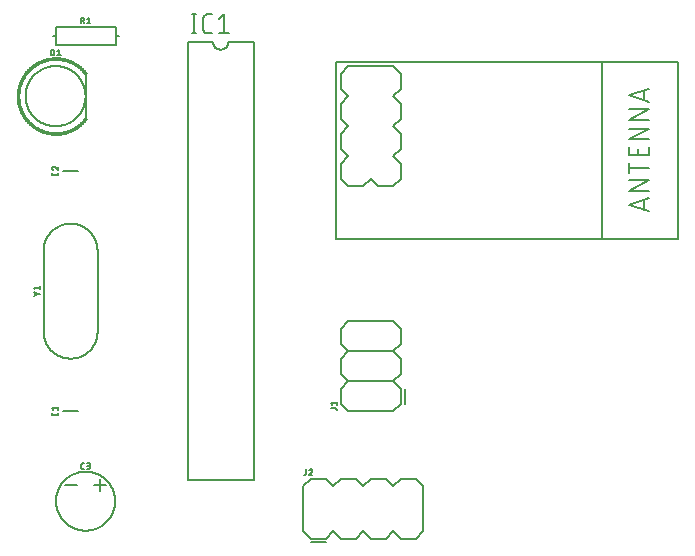
<source format=gbr>
G04 EAGLE Gerber RS-274X export*
G75*
%MOMM*%
%FSLAX34Y34*%
%LPD*%
%INSilkscreen Top*%
%IPPOS*%
%AMOC8*
5,1,8,0,0,1.08239X$1,22.5*%
G01*
%ADD10C,0.203200*%
%ADD11C,0.127000*%
%ADD12C,0.025400*%
%ADD13C,0.152400*%
%ADD14C,0.177800*%


D10*
X387350Y254000D02*
X400050Y254000D01*
D11*
X382905Y252504D02*
X382905Y251432D01*
X382903Y251367D01*
X382897Y251303D01*
X382887Y251239D01*
X382874Y251175D01*
X382856Y251113D01*
X382835Y251052D01*
X382811Y250992D01*
X382782Y250934D01*
X382750Y250877D01*
X382715Y250823D01*
X382677Y250771D01*
X382635Y250721D01*
X382591Y250674D01*
X382544Y250630D01*
X382494Y250588D01*
X382442Y250550D01*
X382388Y250515D01*
X382331Y250483D01*
X382273Y250454D01*
X382213Y250430D01*
X382152Y250409D01*
X382090Y250391D01*
X382026Y250378D01*
X381962Y250368D01*
X381898Y250362D01*
X381833Y250360D01*
X381833Y250359D02*
X379151Y250359D01*
X379086Y250361D01*
X379022Y250367D01*
X378958Y250377D01*
X378894Y250390D01*
X378832Y250408D01*
X378771Y250429D01*
X378711Y250454D01*
X378652Y250482D01*
X378596Y250514D01*
X378541Y250549D01*
X378489Y250587D01*
X378439Y250629D01*
X378392Y250673D01*
X378348Y250720D01*
X378306Y250770D01*
X378268Y250822D01*
X378233Y250877D01*
X378201Y250933D01*
X378173Y250992D01*
X378148Y251051D01*
X378127Y251113D01*
X378109Y251175D01*
X378096Y251239D01*
X378086Y251303D01*
X378080Y251367D01*
X378078Y251432D01*
X378079Y251432D02*
X378079Y252504D01*
X379151Y254960D02*
X378079Y256300D01*
X382905Y256300D01*
X382905Y254960D02*
X382905Y257641D01*
D10*
X387350Y457200D02*
X400050Y457200D01*
D11*
X382905Y455704D02*
X382905Y454632D01*
X382903Y454567D01*
X382897Y454503D01*
X382887Y454439D01*
X382874Y454375D01*
X382856Y454313D01*
X382835Y454252D01*
X382811Y454192D01*
X382782Y454134D01*
X382750Y454077D01*
X382715Y454023D01*
X382677Y453971D01*
X382635Y453921D01*
X382591Y453874D01*
X382544Y453830D01*
X382494Y453788D01*
X382442Y453750D01*
X382388Y453715D01*
X382331Y453683D01*
X382273Y453654D01*
X382213Y453630D01*
X382152Y453609D01*
X382090Y453591D01*
X382026Y453578D01*
X381962Y453568D01*
X381898Y453562D01*
X381833Y453560D01*
X381833Y453559D02*
X379151Y453559D01*
X379086Y453561D01*
X379022Y453567D01*
X378958Y453577D01*
X378894Y453590D01*
X378832Y453608D01*
X378771Y453629D01*
X378711Y453654D01*
X378652Y453682D01*
X378596Y453714D01*
X378541Y453749D01*
X378489Y453787D01*
X378439Y453829D01*
X378392Y453873D01*
X378348Y453920D01*
X378306Y453970D01*
X378268Y454022D01*
X378233Y454077D01*
X378201Y454133D01*
X378173Y454192D01*
X378148Y454251D01*
X378127Y454313D01*
X378109Y454375D01*
X378096Y454439D01*
X378086Y454503D01*
X378080Y454567D01*
X378078Y454632D01*
X378079Y454632D02*
X378079Y455704D01*
X378079Y459634D02*
X378081Y459702D01*
X378087Y459769D01*
X378096Y459836D01*
X378109Y459903D01*
X378126Y459968D01*
X378147Y460033D01*
X378171Y460096D01*
X378199Y460158D01*
X378230Y460218D01*
X378264Y460276D01*
X378302Y460332D01*
X378342Y460387D01*
X378386Y460438D01*
X378433Y460487D01*
X378482Y460534D01*
X378533Y460578D01*
X378588Y460618D01*
X378644Y460656D01*
X378702Y460690D01*
X378762Y460721D01*
X378824Y460749D01*
X378887Y460773D01*
X378952Y460794D01*
X379017Y460811D01*
X379084Y460824D01*
X379151Y460833D01*
X379218Y460839D01*
X379286Y460841D01*
X378079Y459634D02*
X378081Y459556D01*
X378087Y459478D01*
X378097Y459401D01*
X378110Y459324D01*
X378128Y459248D01*
X378149Y459173D01*
X378174Y459099D01*
X378203Y459027D01*
X378235Y458956D01*
X378271Y458887D01*
X378310Y458819D01*
X378353Y458754D01*
X378399Y458691D01*
X378448Y458630D01*
X378500Y458572D01*
X378555Y458517D01*
X378612Y458464D01*
X378672Y458415D01*
X378735Y458368D01*
X378800Y458325D01*
X378866Y458285D01*
X378935Y458248D01*
X379006Y458215D01*
X379078Y458185D01*
X379152Y458159D01*
X380224Y460439D02*
X380175Y460488D01*
X380123Y460535D01*
X380068Y460578D01*
X380011Y460619D01*
X379952Y460657D01*
X379891Y460691D01*
X379828Y460722D01*
X379764Y460750D01*
X379698Y460774D01*
X379632Y460794D01*
X379564Y460811D01*
X379495Y460824D01*
X379426Y460833D01*
X379356Y460839D01*
X379286Y460841D01*
X380224Y460439D02*
X382905Y458160D01*
X382905Y460841D01*
D10*
X381400Y177800D02*
X381408Y178414D01*
X381430Y179027D01*
X381468Y179639D01*
X381520Y180250D01*
X381588Y180860D01*
X381671Y181468D01*
X381768Y182074D01*
X381880Y182677D01*
X382007Y183278D01*
X382149Y183875D01*
X382306Y184468D01*
X382476Y185057D01*
X382662Y185642D01*
X382861Y186222D01*
X383075Y186797D01*
X383303Y187367D01*
X383545Y187931D01*
X383800Y188489D01*
X384069Y189040D01*
X384352Y189585D01*
X384648Y190122D01*
X384957Y190653D01*
X385279Y191175D01*
X385613Y191689D01*
X385960Y192195D01*
X386320Y192692D01*
X386691Y193181D01*
X387075Y193660D01*
X387470Y194129D01*
X387876Y194589D01*
X388294Y195039D01*
X388722Y195478D01*
X389161Y195906D01*
X389611Y196324D01*
X390071Y196730D01*
X390540Y197125D01*
X391019Y197509D01*
X391508Y197880D01*
X392005Y198240D01*
X392511Y198587D01*
X393025Y198921D01*
X393547Y199243D01*
X394078Y199552D01*
X394615Y199848D01*
X395160Y200131D01*
X395711Y200400D01*
X396269Y200655D01*
X396833Y200897D01*
X397403Y201125D01*
X397978Y201339D01*
X398558Y201538D01*
X399143Y201724D01*
X399732Y201894D01*
X400325Y202051D01*
X400922Y202193D01*
X401523Y202320D01*
X402126Y202432D01*
X402732Y202529D01*
X403340Y202612D01*
X403950Y202680D01*
X404561Y202732D01*
X405173Y202770D01*
X405786Y202792D01*
X406400Y202800D01*
X407014Y202792D01*
X407627Y202770D01*
X408239Y202732D01*
X408850Y202680D01*
X409460Y202612D01*
X410068Y202529D01*
X410674Y202432D01*
X411277Y202320D01*
X411878Y202193D01*
X412475Y202051D01*
X413068Y201894D01*
X413657Y201724D01*
X414242Y201538D01*
X414822Y201339D01*
X415397Y201125D01*
X415967Y200897D01*
X416531Y200655D01*
X417089Y200400D01*
X417640Y200131D01*
X418185Y199848D01*
X418722Y199552D01*
X419253Y199243D01*
X419775Y198921D01*
X420289Y198587D01*
X420795Y198240D01*
X421292Y197880D01*
X421781Y197509D01*
X422260Y197125D01*
X422729Y196730D01*
X423189Y196324D01*
X423639Y195906D01*
X424078Y195478D01*
X424506Y195039D01*
X424924Y194589D01*
X425330Y194129D01*
X425725Y193660D01*
X426109Y193181D01*
X426480Y192692D01*
X426840Y192195D01*
X427187Y191689D01*
X427521Y191175D01*
X427843Y190653D01*
X428152Y190122D01*
X428448Y189585D01*
X428731Y189040D01*
X429000Y188489D01*
X429255Y187931D01*
X429497Y187367D01*
X429725Y186797D01*
X429939Y186222D01*
X430138Y185642D01*
X430324Y185057D01*
X430494Y184468D01*
X430651Y183875D01*
X430793Y183278D01*
X430920Y182677D01*
X431032Y182074D01*
X431129Y181468D01*
X431212Y180860D01*
X431280Y180250D01*
X431332Y179639D01*
X431370Y179027D01*
X431392Y178414D01*
X431400Y177800D01*
X431392Y177186D01*
X431370Y176573D01*
X431332Y175961D01*
X431280Y175350D01*
X431212Y174740D01*
X431129Y174132D01*
X431032Y173526D01*
X430920Y172923D01*
X430793Y172322D01*
X430651Y171725D01*
X430494Y171132D01*
X430324Y170543D01*
X430138Y169958D01*
X429939Y169378D01*
X429725Y168803D01*
X429497Y168233D01*
X429255Y167669D01*
X429000Y167111D01*
X428731Y166560D01*
X428448Y166015D01*
X428152Y165478D01*
X427843Y164947D01*
X427521Y164425D01*
X427187Y163911D01*
X426840Y163405D01*
X426480Y162908D01*
X426109Y162419D01*
X425725Y161940D01*
X425330Y161471D01*
X424924Y161011D01*
X424506Y160561D01*
X424078Y160122D01*
X423639Y159694D01*
X423189Y159276D01*
X422729Y158870D01*
X422260Y158475D01*
X421781Y158091D01*
X421292Y157720D01*
X420795Y157360D01*
X420289Y157013D01*
X419775Y156679D01*
X419253Y156357D01*
X418722Y156048D01*
X418185Y155752D01*
X417640Y155469D01*
X417089Y155200D01*
X416531Y154945D01*
X415967Y154703D01*
X415397Y154475D01*
X414822Y154261D01*
X414242Y154062D01*
X413657Y153876D01*
X413068Y153706D01*
X412475Y153549D01*
X411878Y153407D01*
X411277Y153280D01*
X410674Y153168D01*
X410068Y153071D01*
X409460Y152988D01*
X408850Y152920D01*
X408239Y152868D01*
X407627Y152830D01*
X407014Y152808D01*
X406400Y152800D01*
X405786Y152808D01*
X405173Y152830D01*
X404561Y152868D01*
X403950Y152920D01*
X403340Y152988D01*
X402732Y153071D01*
X402126Y153168D01*
X401523Y153280D01*
X400922Y153407D01*
X400325Y153549D01*
X399732Y153706D01*
X399143Y153876D01*
X398558Y154062D01*
X397978Y154261D01*
X397403Y154475D01*
X396833Y154703D01*
X396269Y154945D01*
X395711Y155200D01*
X395160Y155469D01*
X394615Y155752D01*
X394078Y156048D01*
X393547Y156357D01*
X393025Y156679D01*
X392511Y157013D01*
X392005Y157360D01*
X391508Y157720D01*
X391019Y158091D01*
X390540Y158475D01*
X390071Y158870D01*
X389611Y159276D01*
X389161Y159694D01*
X388722Y160122D01*
X388294Y160561D01*
X387876Y161011D01*
X387470Y161471D01*
X387075Y161940D01*
X386691Y162419D01*
X386320Y162908D01*
X385960Y163405D01*
X385613Y163911D01*
X385279Y164425D01*
X384957Y164947D01*
X384648Y165478D01*
X384352Y166015D01*
X384069Y166560D01*
X383800Y167111D01*
X383545Y167669D01*
X383303Y168233D01*
X383075Y168803D01*
X382861Y169378D01*
X382662Y169958D01*
X382476Y170543D01*
X382306Y171132D01*
X382149Y171725D01*
X382007Y172322D01*
X381880Y172923D01*
X381768Y173526D01*
X381671Y174132D01*
X381588Y174740D01*
X381520Y175350D01*
X381468Y175961D01*
X381430Y176573D01*
X381408Y177186D01*
X381400Y177800D01*
X388820Y191770D02*
X398980Y191770D01*
X413820Y191770D02*
X423980Y191770D01*
X418900Y196850D02*
X418900Y186690D01*
D11*
X404904Y205105D02*
X403832Y205105D01*
X403767Y205107D01*
X403703Y205113D01*
X403639Y205123D01*
X403575Y205136D01*
X403513Y205154D01*
X403452Y205175D01*
X403392Y205199D01*
X403334Y205228D01*
X403277Y205260D01*
X403223Y205295D01*
X403171Y205333D01*
X403121Y205375D01*
X403074Y205419D01*
X403030Y205466D01*
X402988Y205516D01*
X402950Y205568D01*
X402915Y205622D01*
X402883Y205679D01*
X402854Y205737D01*
X402830Y205797D01*
X402809Y205858D01*
X402791Y205920D01*
X402778Y205984D01*
X402768Y206048D01*
X402762Y206112D01*
X402760Y206177D01*
X402759Y206177D02*
X402759Y208859D01*
X402760Y208859D02*
X402762Y208924D01*
X402768Y208988D01*
X402778Y209052D01*
X402791Y209116D01*
X402809Y209178D01*
X402830Y209239D01*
X402854Y209299D01*
X402883Y209357D01*
X402915Y209414D01*
X402950Y209468D01*
X402988Y209520D01*
X403030Y209570D01*
X403074Y209617D01*
X403121Y209661D01*
X403171Y209703D01*
X403223Y209741D01*
X403277Y209776D01*
X403334Y209808D01*
X403392Y209837D01*
X403452Y209861D01*
X403513Y209882D01*
X403575Y209900D01*
X403639Y209913D01*
X403703Y209923D01*
X403767Y209929D01*
X403832Y209931D01*
X404904Y209931D01*
X407360Y205105D02*
X408700Y205105D01*
X408771Y205107D01*
X408843Y205113D01*
X408913Y205122D01*
X408983Y205135D01*
X409053Y205152D01*
X409121Y205173D01*
X409188Y205197D01*
X409254Y205225D01*
X409318Y205256D01*
X409381Y205291D01*
X409441Y205329D01*
X409500Y205370D01*
X409556Y205414D01*
X409610Y205461D01*
X409661Y205510D01*
X409709Y205563D01*
X409755Y205618D01*
X409797Y205675D01*
X409837Y205735D01*
X409873Y205796D01*
X409906Y205860D01*
X409935Y205925D01*
X409961Y205991D01*
X409984Y206059D01*
X410003Y206128D01*
X410018Y206198D01*
X410029Y206268D01*
X410037Y206339D01*
X410041Y206410D01*
X410041Y206482D01*
X410037Y206553D01*
X410029Y206624D01*
X410018Y206694D01*
X410003Y206764D01*
X409984Y206833D01*
X409961Y206901D01*
X409935Y206967D01*
X409906Y207032D01*
X409873Y207096D01*
X409837Y207157D01*
X409797Y207217D01*
X409755Y207274D01*
X409709Y207329D01*
X409661Y207382D01*
X409610Y207431D01*
X409556Y207478D01*
X409500Y207522D01*
X409441Y207563D01*
X409381Y207601D01*
X409318Y207636D01*
X409254Y207667D01*
X409188Y207695D01*
X409121Y207719D01*
X409053Y207740D01*
X408983Y207757D01*
X408913Y207770D01*
X408843Y207779D01*
X408771Y207785D01*
X408700Y207787D01*
X408968Y209931D02*
X407360Y209931D01*
X408968Y209931D02*
X409033Y209929D01*
X409097Y209923D01*
X409161Y209913D01*
X409225Y209900D01*
X409287Y209882D01*
X409348Y209861D01*
X409408Y209837D01*
X409466Y209808D01*
X409523Y209776D01*
X409577Y209741D01*
X409629Y209703D01*
X409679Y209661D01*
X409726Y209617D01*
X409770Y209570D01*
X409812Y209520D01*
X409850Y209468D01*
X409885Y209414D01*
X409917Y209357D01*
X409946Y209299D01*
X409970Y209239D01*
X409991Y209178D01*
X410009Y209116D01*
X410022Y209052D01*
X410032Y208988D01*
X410038Y208924D01*
X410040Y208859D01*
X410038Y208794D01*
X410032Y208730D01*
X410022Y208666D01*
X410009Y208602D01*
X409991Y208540D01*
X409970Y208479D01*
X409946Y208419D01*
X409917Y208361D01*
X409885Y208304D01*
X409850Y208250D01*
X409812Y208198D01*
X409770Y208148D01*
X409726Y208101D01*
X409679Y208057D01*
X409629Y208015D01*
X409577Y207977D01*
X409523Y207942D01*
X409466Y207910D01*
X409408Y207881D01*
X409348Y207857D01*
X409287Y207836D01*
X409225Y207818D01*
X409161Y207805D01*
X409097Y207795D01*
X409033Y207789D01*
X408968Y207787D01*
X408968Y207786D02*
X407896Y207786D01*
D10*
X406400Y501650D02*
X406400Y539750D01*
D12*
X407238Y540537D02*
X405409Y539165D01*
X405409Y539166D02*
X404950Y539757D01*
X404477Y540337D01*
X403990Y540905D01*
X403489Y541461D01*
X402975Y542004D01*
X402448Y542535D01*
X401908Y543053D01*
X401355Y543558D01*
X400790Y544048D01*
X400213Y544525D01*
X399625Y544988D01*
X399026Y545436D01*
X398415Y545869D01*
X397795Y546288D01*
X397164Y546690D01*
X396524Y547078D01*
X395875Y547450D01*
X395216Y547805D01*
X394549Y548145D01*
X393874Y548468D01*
X393191Y548774D01*
X392501Y549064D01*
X391805Y549337D01*
X391101Y549592D01*
X390392Y549830D01*
X389677Y550051D01*
X388957Y550255D01*
X388232Y550440D01*
X387503Y550608D01*
X386769Y550758D01*
X386033Y550890D01*
X385293Y551004D01*
X384551Y551100D01*
X383807Y551178D01*
X383061Y551238D01*
X382314Y551279D01*
X381566Y551302D01*
X380817Y551306D01*
X380069Y551293D01*
X379321Y551261D01*
X378575Y551211D01*
X377830Y551142D01*
X377086Y551056D01*
X376345Y550951D01*
X375607Y550828D01*
X374872Y550687D01*
X374141Y550529D01*
X373414Y550352D01*
X372691Y550158D01*
X371973Y549946D01*
X371261Y549716D01*
X370555Y549469D01*
X369854Y549205D01*
X369161Y548924D01*
X368474Y548627D01*
X367795Y548312D01*
X367124Y547981D01*
X366461Y547634D01*
X365807Y547270D01*
X365162Y546891D01*
X364527Y546496D01*
X363901Y546085D01*
X363285Y545660D01*
X362680Y545219D01*
X362086Y544764D01*
X361504Y544294D01*
X360933Y543810D01*
X360374Y543313D01*
X359827Y542802D01*
X359293Y542278D01*
X358772Y541741D01*
X358264Y541191D01*
X357770Y540629D01*
X357290Y540055D01*
X356824Y539470D01*
X356372Y538873D01*
X355935Y538265D01*
X355513Y537647D01*
X355106Y537019D01*
X354715Y536381D01*
X354340Y535734D01*
X353980Y535078D01*
X353637Y534413D01*
X353310Y533740D01*
X352999Y533059D01*
X352705Y532371D01*
X352429Y531675D01*
X352169Y530974D01*
X351926Y530266D01*
X351701Y529552D01*
X351493Y528833D01*
X351303Y528109D01*
X351131Y527381D01*
X350977Y526649D01*
X350840Y525913D01*
X350722Y525174D01*
X350621Y524432D01*
X350539Y523689D01*
X350475Y522943D01*
X350430Y522196D01*
X350402Y521448D01*
X350393Y520700D01*
X350402Y519952D01*
X350430Y519204D01*
X350475Y518457D01*
X350539Y517711D01*
X350621Y516968D01*
X350722Y516226D01*
X350840Y515487D01*
X350977Y514751D01*
X351131Y514019D01*
X351303Y513291D01*
X351493Y512567D01*
X351701Y511848D01*
X351926Y511134D01*
X352169Y510426D01*
X352429Y509725D01*
X352705Y509029D01*
X352999Y508341D01*
X353310Y507660D01*
X353637Y506987D01*
X353980Y506322D01*
X354340Y505666D01*
X354715Y505019D01*
X355106Y504381D01*
X355513Y503753D01*
X355935Y503135D01*
X356372Y502527D01*
X356824Y501930D01*
X357290Y501345D01*
X357770Y500771D01*
X358264Y500209D01*
X358772Y499659D01*
X359293Y499122D01*
X359827Y498598D01*
X360374Y498087D01*
X360933Y497590D01*
X361504Y497106D01*
X362086Y496636D01*
X362680Y496181D01*
X363285Y495740D01*
X363901Y495315D01*
X364527Y494904D01*
X365162Y494509D01*
X365807Y494130D01*
X366461Y493766D01*
X367124Y493419D01*
X367795Y493088D01*
X368474Y492773D01*
X369161Y492476D01*
X369854Y492195D01*
X370555Y491931D01*
X371261Y491684D01*
X371973Y491454D01*
X372691Y491242D01*
X373414Y491048D01*
X374141Y490871D01*
X374872Y490713D01*
X375607Y490572D01*
X376345Y490449D01*
X377086Y490344D01*
X377830Y490258D01*
X378575Y490189D01*
X379321Y490139D01*
X380069Y490107D01*
X380817Y490094D01*
X381566Y490098D01*
X382314Y490121D01*
X383061Y490162D01*
X383807Y490222D01*
X384551Y490300D01*
X385293Y490396D01*
X386033Y490510D01*
X386769Y490642D01*
X387503Y490792D01*
X388232Y490960D01*
X388957Y491145D01*
X389677Y491349D01*
X390392Y491570D01*
X391101Y491808D01*
X391805Y492063D01*
X392501Y492336D01*
X393191Y492626D01*
X393874Y492932D01*
X394549Y493255D01*
X395216Y493595D01*
X395875Y493950D01*
X396524Y494322D01*
X397164Y494710D01*
X397795Y495112D01*
X398415Y495531D01*
X399026Y495964D01*
X399625Y496412D01*
X400213Y496875D01*
X400790Y497352D01*
X401355Y497842D01*
X401908Y498347D01*
X402448Y498865D01*
X402975Y499396D01*
X403489Y499939D01*
X403990Y500495D01*
X404477Y501063D01*
X404950Y501643D01*
X405409Y502234D01*
X407238Y500863D01*
X406745Y500227D01*
X406237Y499604D01*
X405713Y498993D01*
X405175Y498395D01*
X404623Y497811D01*
X404056Y497240D01*
X403476Y496683D01*
X402882Y496141D01*
X402275Y495613D01*
X401655Y495101D01*
X401023Y494603D01*
X400379Y494121D01*
X399723Y493656D01*
X399056Y493206D01*
X398378Y492773D01*
X397690Y492356D01*
X396992Y491956D01*
X396285Y491574D01*
X395568Y491209D01*
X394843Y490862D01*
X394109Y490532D01*
X393367Y490221D01*
X392618Y489927D01*
X391863Y489652D01*
X391100Y489396D01*
X390332Y489158D01*
X389558Y488940D01*
X388779Y488740D01*
X387995Y488559D01*
X387207Y488398D01*
X386415Y488256D01*
X385620Y488133D01*
X384823Y488030D01*
X384023Y487946D01*
X383221Y487882D01*
X382418Y487838D01*
X381614Y487813D01*
X380810Y487808D01*
X380005Y487822D01*
X379202Y487856D01*
X378399Y487910D01*
X377598Y487983D01*
X376799Y488076D01*
X376003Y488189D01*
X375210Y488321D01*
X374420Y488472D01*
X373634Y488642D01*
X372852Y488832D01*
X372075Y489041D01*
X371304Y489269D01*
X370538Y489515D01*
X369779Y489780D01*
X369026Y490064D01*
X368281Y490366D01*
X367543Y490686D01*
X366813Y491024D01*
X366091Y491380D01*
X365379Y491753D01*
X364676Y492144D01*
X363983Y492551D01*
X363299Y492976D01*
X362627Y493417D01*
X361965Y493874D01*
X361315Y494348D01*
X360677Y494837D01*
X360050Y495341D01*
X359436Y495861D01*
X358836Y496396D01*
X358248Y496945D01*
X357674Y497509D01*
X357114Y498086D01*
X356568Y498677D01*
X356037Y499281D01*
X355521Y499897D01*
X355020Y500527D01*
X354534Y501168D01*
X354064Y501821D01*
X353611Y502485D01*
X353174Y503160D01*
X352753Y503846D01*
X352349Y504541D01*
X351963Y505247D01*
X351594Y505961D01*
X351242Y506685D01*
X350908Y507417D01*
X350593Y508156D01*
X350295Y508904D01*
X350016Y509658D01*
X349755Y510419D01*
X349513Y511186D01*
X349290Y511959D01*
X349086Y512737D01*
X348900Y513519D01*
X348734Y514306D01*
X348588Y515097D01*
X348460Y515891D01*
X348353Y516688D01*
X348264Y517488D01*
X348195Y518289D01*
X348146Y519092D01*
X348117Y519896D01*
X348107Y520700D01*
X348117Y521504D01*
X348146Y522308D01*
X348195Y523111D01*
X348264Y523912D01*
X348353Y524712D01*
X348460Y525509D01*
X348588Y526303D01*
X348734Y527094D01*
X348900Y527881D01*
X349086Y528663D01*
X349290Y529441D01*
X349513Y530214D01*
X349755Y530981D01*
X350016Y531742D01*
X350295Y532496D01*
X350593Y533244D01*
X350908Y533983D01*
X351242Y534715D01*
X351594Y535439D01*
X351963Y536153D01*
X352349Y536859D01*
X352753Y537554D01*
X353174Y538240D01*
X353611Y538915D01*
X354064Y539579D01*
X354534Y540232D01*
X355020Y540873D01*
X355521Y541503D01*
X356037Y542119D01*
X356568Y542723D01*
X357114Y543314D01*
X357674Y543891D01*
X358248Y544455D01*
X358836Y545004D01*
X359436Y545539D01*
X360050Y546059D01*
X360677Y546563D01*
X361315Y547052D01*
X361965Y547526D01*
X362627Y547983D01*
X363299Y548424D01*
X363983Y548849D01*
X364676Y549256D01*
X365379Y549647D01*
X366091Y550020D01*
X366813Y550376D01*
X367543Y550714D01*
X368281Y551034D01*
X369026Y551336D01*
X369779Y551620D01*
X370538Y551885D01*
X371304Y552131D01*
X372075Y552359D01*
X372852Y552568D01*
X373634Y552758D01*
X374420Y552928D01*
X375210Y553079D01*
X376003Y553211D01*
X376799Y553324D01*
X377598Y553417D01*
X378399Y553490D01*
X379202Y553544D01*
X380005Y553578D01*
X380810Y553592D01*
X381614Y553587D01*
X382418Y553562D01*
X383221Y553518D01*
X384023Y553454D01*
X384823Y553370D01*
X385620Y553267D01*
X386415Y553144D01*
X387207Y553002D01*
X387995Y552841D01*
X388779Y552660D01*
X389558Y552460D01*
X390332Y552242D01*
X391100Y552004D01*
X391863Y551748D01*
X392618Y551473D01*
X393367Y551179D01*
X394109Y550868D01*
X394843Y550538D01*
X395568Y550191D01*
X396285Y549826D01*
X396992Y549444D01*
X397690Y549044D01*
X398378Y548627D01*
X399056Y548194D01*
X399723Y547744D01*
X400379Y547279D01*
X401023Y546797D01*
X401655Y546299D01*
X402275Y545787D01*
X402882Y545259D01*
X403476Y544717D01*
X404056Y544160D01*
X404623Y543589D01*
X405175Y543005D01*
X405713Y542407D01*
X406237Y541796D01*
X406745Y541173D01*
X407238Y540537D01*
X407046Y540393D01*
X406557Y541024D01*
X406052Y541643D01*
X405533Y542249D01*
X404998Y542843D01*
X404450Y543423D01*
X403887Y543989D01*
X403311Y544542D01*
X402721Y545080D01*
X402119Y545604D01*
X401503Y546113D01*
X400876Y546607D01*
X400237Y547085D01*
X399586Y547548D01*
X398924Y547994D01*
X398251Y548424D01*
X397568Y548838D01*
X396875Y549234D01*
X396173Y549614D01*
X395461Y549976D01*
X394741Y550321D01*
X394013Y550648D01*
X393276Y550957D01*
X392533Y551248D01*
X391783Y551521D01*
X391026Y551776D01*
X390263Y552012D01*
X389495Y552229D01*
X388721Y552427D01*
X387943Y552606D01*
X387161Y552767D01*
X386375Y552908D01*
X385586Y553029D01*
X384794Y553132D01*
X384000Y553215D01*
X383204Y553279D01*
X382407Y553323D01*
X381609Y553347D01*
X380810Y553352D01*
X380012Y553338D01*
X379214Y553304D01*
X378418Y553251D01*
X377623Y553178D01*
X376830Y553086D01*
X376039Y552974D01*
X375251Y552843D01*
X374467Y552693D01*
X373687Y552524D01*
X372911Y552335D01*
X372140Y552128D01*
X371374Y551902D01*
X370614Y551657D01*
X369860Y551394D01*
X369113Y551112D01*
X368373Y550813D01*
X367640Y550495D01*
X366916Y550159D01*
X366200Y549806D01*
X365493Y549436D01*
X364795Y549048D01*
X364106Y548643D01*
X363428Y548222D01*
X362761Y547784D01*
X362104Y547330D01*
X361458Y546860D01*
X360825Y546374D01*
X360203Y545873D01*
X359594Y545357D01*
X358997Y544827D01*
X358414Y544281D01*
X357844Y543722D01*
X357288Y543149D01*
X356746Y542562D01*
X356219Y541963D01*
X355706Y541351D01*
X355209Y540726D01*
X354727Y540089D01*
X354261Y539441D01*
X353811Y538782D01*
X353377Y538112D01*
X352959Y537431D01*
X352558Y536740D01*
X352175Y536040D01*
X351808Y535331D01*
X351459Y534613D01*
X351128Y533886D01*
X350814Y533152D01*
X350519Y532410D01*
X350242Y531661D01*
X349983Y530906D01*
X349743Y530145D01*
X349521Y529378D01*
X349318Y528605D01*
X349135Y527828D01*
X348970Y527047D01*
X348824Y526262D01*
X348698Y525474D01*
X348591Y524682D01*
X348503Y523889D01*
X348435Y523093D01*
X348386Y522296D01*
X348357Y521498D01*
X348347Y520700D01*
X348357Y519902D01*
X348386Y519104D01*
X348435Y518307D01*
X348503Y517511D01*
X348591Y516718D01*
X348698Y515926D01*
X348824Y515138D01*
X348970Y514353D01*
X349135Y513572D01*
X349318Y512795D01*
X349521Y512022D01*
X349743Y511255D01*
X349983Y510494D01*
X350242Y509739D01*
X350519Y508990D01*
X350814Y508248D01*
X351128Y507514D01*
X351459Y506787D01*
X351808Y506069D01*
X352175Y505360D01*
X352558Y504660D01*
X352959Y503969D01*
X353377Y503288D01*
X353811Y502618D01*
X354261Y501959D01*
X354727Y501311D01*
X355209Y500674D01*
X355706Y500049D01*
X356219Y499437D01*
X356746Y498838D01*
X357288Y498251D01*
X357844Y497678D01*
X358414Y497119D01*
X358997Y496573D01*
X359594Y496043D01*
X360203Y495527D01*
X360825Y495026D01*
X361458Y494540D01*
X362104Y494070D01*
X362761Y493616D01*
X363428Y493178D01*
X364106Y492757D01*
X364795Y492352D01*
X365493Y491964D01*
X366200Y491594D01*
X366916Y491241D01*
X367640Y490905D01*
X368373Y490587D01*
X369113Y490288D01*
X369860Y490006D01*
X370614Y489743D01*
X371374Y489498D01*
X372140Y489272D01*
X372911Y489065D01*
X373687Y488876D01*
X374467Y488707D01*
X375251Y488557D01*
X376039Y488426D01*
X376830Y488314D01*
X377623Y488222D01*
X378418Y488149D01*
X379214Y488096D01*
X380012Y488062D01*
X380810Y488048D01*
X381609Y488053D01*
X382407Y488077D01*
X383204Y488121D01*
X384000Y488185D01*
X384794Y488268D01*
X385586Y488371D01*
X386375Y488492D01*
X387161Y488633D01*
X387943Y488794D01*
X388721Y488973D01*
X389495Y489171D01*
X390263Y489388D01*
X391026Y489624D01*
X391783Y489879D01*
X392533Y490152D01*
X393276Y490443D01*
X394013Y490752D01*
X394741Y491079D01*
X395461Y491424D01*
X396173Y491786D01*
X396875Y492166D01*
X397568Y492562D01*
X398251Y492976D01*
X398924Y493406D01*
X399586Y493852D01*
X400237Y494315D01*
X400876Y494793D01*
X401503Y495287D01*
X402119Y495796D01*
X402721Y496320D01*
X403311Y496858D01*
X403887Y497411D01*
X404450Y497977D01*
X404998Y498557D01*
X405533Y499151D01*
X406052Y499757D01*
X406557Y500376D01*
X407046Y501007D01*
X406854Y501151D01*
X406368Y500524D01*
X405867Y499910D01*
X405352Y499308D01*
X404821Y498719D01*
X404277Y498144D01*
X403718Y497581D01*
X403146Y497033D01*
X402561Y496498D01*
X401963Y495978D01*
X401352Y495473D01*
X400729Y494983D01*
X400095Y494508D01*
X399448Y494049D01*
X398791Y493606D01*
X398124Y493179D01*
X397445Y492769D01*
X396758Y492375D01*
X396060Y491998D01*
X395354Y491639D01*
X394639Y491296D01*
X393916Y490972D01*
X393186Y490665D01*
X392448Y490376D01*
X391703Y490105D01*
X390951Y489852D01*
X390194Y489618D01*
X389432Y489403D01*
X388664Y489206D01*
X387891Y489028D01*
X387115Y488869D01*
X386335Y488729D01*
X385552Y488608D01*
X384766Y488506D01*
X383977Y488424D01*
X383187Y488361D01*
X382396Y488317D01*
X381604Y488293D01*
X380811Y488288D01*
X380019Y488302D01*
X379227Y488336D01*
X378436Y488389D01*
X377647Y488461D01*
X376860Y488553D01*
X376075Y488663D01*
X375293Y488793D01*
X374515Y488942D01*
X373740Y489111D01*
X372970Y489297D01*
X372204Y489503D01*
X371444Y489728D01*
X370690Y489970D01*
X369942Y490232D01*
X369200Y490511D01*
X368465Y490809D01*
X367738Y491124D01*
X367019Y491457D01*
X366308Y491808D01*
X365606Y492176D01*
X364913Y492561D01*
X364230Y492962D01*
X363557Y493381D01*
X362894Y493815D01*
X362242Y494266D01*
X361602Y494733D01*
X360973Y495215D01*
X360355Y495712D01*
X359751Y496224D01*
X359159Y496751D01*
X358580Y497292D01*
X358014Y497847D01*
X357462Y498416D01*
X356924Y498998D01*
X356401Y499594D01*
X355892Y500201D01*
X355398Y500821D01*
X354920Y501453D01*
X354457Y502097D01*
X354010Y502751D01*
X353580Y503416D01*
X353165Y504092D01*
X352767Y504778D01*
X352387Y505473D01*
X352023Y506177D01*
X351676Y506890D01*
X351347Y507611D01*
X351036Y508340D01*
X350743Y509076D01*
X350468Y509819D01*
X350211Y510569D01*
X349972Y511325D01*
X349752Y512086D01*
X349551Y512853D01*
X349369Y513624D01*
X349205Y514400D01*
X349061Y515179D01*
X348935Y515962D01*
X348829Y516747D01*
X348742Y517535D01*
X348674Y518324D01*
X348626Y519115D01*
X348597Y519907D01*
X348587Y520700D01*
X348597Y521493D01*
X348626Y522285D01*
X348674Y523076D01*
X348742Y523865D01*
X348829Y524653D01*
X348935Y525438D01*
X349061Y526221D01*
X349205Y527000D01*
X349369Y527776D01*
X349551Y528547D01*
X349752Y529314D01*
X349972Y530075D01*
X350211Y530831D01*
X350468Y531581D01*
X350743Y532324D01*
X351036Y533060D01*
X351347Y533789D01*
X351676Y534510D01*
X352023Y535223D01*
X352387Y535927D01*
X352767Y536622D01*
X353165Y537308D01*
X353580Y537984D01*
X354010Y538649D01*
X354457Y539303D01*
X354920Y539947D01*
X355398Y540579D01*
X355892Y541199D01*
X356401Y541806D01*
X356924Y542402D01*
X357462Y542984D01*
X358014Y543553D01*
X358580Y544108D01*
X359159Y544649D01*
X359751Y545176D01*
X360355Y545688D01*
X360973Y546185D01*
X361602Y546667D01*
X362242Y547134D01*
X362894Y547585D01*
X363557Y548019D01*
X364230Y548438D01*
X364913Y548839D01*
X365606Y549224D01*
X366308Y549592D01*
X367019Y549943D01*
X367738Y550276D01*
X368465Y550591D01*
X369200Y550889D01*
X369942Y551168D01*
X370690Y551430D01*
X371444Y551672D01*
X372204Y551897D01*
X372970Y552103D01*
X373740Y552289D01*
X374515Y552458D01*
X375293Y552607D01*
X376075Y552737D01*
X376860Y552847D01*
X377647Y552939D01*
X378436Y553011D01*
X379227Y553064D01*
X380019Y553098D01*
X380811Y553112D01*
X381604Y553107D01*
X382396Y553083D01*
X383187Y553039D01*
X383977Y552976D01*
X384766Y552894D01*
X385552Y552792D01*
X386335Y552671D01*
X387115Y552531D01*
X387891Y552372D01*
X388664Y552194D01*
X389432Y551997D01*
X390194Y551782D01*
X390951Y551548D01*
X391703Y551295D01*
X392448Y551024D01*
X393186Y550735D01*
X393916Y550428D01*
X394639Y550104D01*
X395354Y549761D01*
X396060Y549402D01*
X396758Y549025D01*
X397445Y548631D01*
X398124Y548221D01*
X398791Y547794D01*
X399448Y547351D01*
X400095Y546892D01*
X400729Y546417D01*
X401352Y545927D01*
X401963Y545422D01*
X402561Y544902D01*
X403146Y544367D01*
X403718Y543819D01*
X404277Y543256D01*
X404821Y542681D01*
X405352Y542092D01*
X405867Y541490D01*
X406368Y540876D01*
X406854Y540249D01*
X406662Y540105D01*
X406180Y540727D01*
X405683Y541337D01*
X405171Y541934D01*
X404644Y542518D01*
X404104Y543090D01*
X403549Y543648D01*
X402982Y544193D01*
X402401Y544723D01*
X401807Y545239D01*
X401201Y545741D01*
X400582Y546227D01*
X399952Y546698D01*
X399311Y547154D01*
X398659Y547594D01*
X397996Y548017D01*
X397323Y548425D01*
X396640Y548816D01*
X395948Y549190D01*
X395247Y549546D01*
X394538Y549886D01*
X393820Y550208D01*
X393095Y550513D01*
X392362Y550800D01*
X391623Y551069D01*
X390877Y551319D01*
X390125Y551552D01*
X389368Y551766D01*
X388606Y551961D01*
X387840Y552138D01*
X387069Y552295D01*
X386295Y552434D01*
X385517Y552554D01*
X384737Y552655D01*
X383955Y552737D01*
X383170Y552800D01*
X382385Y552843D01*
X381599Y552867D01*
X380812Y552872D01*
X380025Y552858D01*
X379239Y552825D01*
X378455Y552772D01*
X377671Y552700D01*
X376890Y552609D01*
X376111Y552499D01*
X375335Y552370D01*
X374562Y552222D01*
X373793Y552055D01*
X373029Y551870D01*
X372269Y551666D01*
X371515Y551443D01*
X370766Y551202D01*
X370023Y550943D01*
X369287Y550665D01*
X368558Y550370D01*
X367836Y550057D01*
X367122Y549726D01*
X366417Y549378D01*
X365720Y549013D01*
X365032Y548631D01*
X364354Y548232D01*
X363686Y547817D01*
X363028Y547385D01*
X362381Y546938D01*
X361745Y546475D01*
X361121Y545996D01*
X360508Y545503D01*
X359908Y544994D01*
X359320Y544471D01*
X358745Y543934D01*
X358184Y543383D01*
X357636Y542819D01*
X357102Y542241D01*
X356583Y541650D01*
X356078Y541047D01*
X355588Y540431D01*
X355113Y539804D01*
X354654Y539165D01*
X354210Y538516D01*
X353782Y537855D01*
X353371Y537185D01*
X352976Y536504D01*
X352598Y535814D01*
X352237Y535115D01*
X351893Y534408D01*
X351567Y533692D01*
X351258Y532969D01*
X350967Y532238D01*
X350694Y531500D01*
X350439Y530756D01*
X350202Y530006D01*
X349984Y529250D01*
X349784Y528489D01*
X349603Y527723D01*
X349441Y526954D01*
X349297Y526180D01*
X349173Y525403D01*
X349067Y524624D01*
X348981Y523842D01*
X348914Y523058D01*
X348865Y522273D01*
X348837Y521487D01*
X348827Y520700D01*
X348837Y519913D01*
X348865Y519127D01*
X348914Y518342D01*
X348981Y517558D01*
X349067Y516776D01*
X349173Y515997D01*
X349297Y515220D01*
X349441Y514446D01*
X349603Y513677D01*
X349784Y512911D01*
X349984Y512150D01*
X350202Y511394D01*
X350439Y510644D01*
X350694Y509900D01*
X350967Y509162D01*
X351258Y508431D01*
X351567Y507708D01*
X351893Y506992D01*
X352237Y506285D01*
X352598Y505586D01*
X352976Y504896D01*
X353371Y504215D01*
X353782Y503545D01*
X354210Y502884D01*
X354654Y502235D01*
X355113Y501596D01*
X355588Y500969D01*
X356078Y500353D01*
X356583Y499750D01*
X357102Y499159D01*
X357636Y498581D01*
X358184Y498017D01*
X358745Y497466D01*
X359320Y496929D01*
X359908Y496406D01*
X360508Y495897D01*
X361121Y495404D01*
X361745Y494925D01*
X362381Y494462D01*
X363028Y494015D01*
X363686Y493583D01*
X364354Y493168D01*
X365032Y492769D01*
X365720Y492387D01*
X366417Y492022D01*
X367122Y491674D01*
X367836Y491343D01*
X368558Y491030D01*
X369287Y490735D01*
X370023Y490457D01*
X370766Y490198D01*
X371515Y489957D01*
X372269Y489734D01*
X373029Y489530D01*
X373793Y489345D01*
X374562Y489178D01*
X375335Y489030D01*
X376111Y488901D01*
X376890Y488791D01*
X377671Y488700D01*
X378455Y488628D01*
X379239Y488575D01*
X380025Y488542D01*
X380812Y488528D01*
X381599Y488533D01*
X382385Y488557D01*
X383170Y488600D01*
X383955Y488663D01*
X384737Y488745D01*
X385517Y488846D01*
X386295Y488966D01*
X387069Y489105D01*
X387840Y489262D01*
X388606Y489439D01*
X389368Y489634D01*
X390125Y489848D01*
X390877Y490081D01*
X391623Y490331D01*
X392362Y490600D01*
X393095Y490887D01*
X393820Y491192D01*
X394538Y491514D01*
X395247Y491854D01*
X395948Y492210D01*
X396640Y492584D01*
X397323Y492975D01*
X397996Y493383D01*
X398659Y493806D01*
X399311Y494246D01*
X399952Y494702D01*
X400582Y495173D01*
X401201Y495659D01*
X401807Y496161D01*
X402401Y496677D01*
X402982Y497207D01*
X403549Y497752D01*
X404104Y498310D01*
X404644Y498882D01*
X405171Y499466D01*
X405683Y500063D01*
X406180Y500673D01*
X406662Y501295D01*
X406470Y501439D01*
X405991Y500822D01*
X405498Y500217D01*
X404990Y499624D01*
X404467Y499044D01*
X403931Y498476D01*
X403381Y497922D01*
X402817Y497382D01*
X402240Y496855D01*
X401651Y496343D01*
X401049Y495846D01*
X400436Y495363D01*
X399810Y494895D01*
X399174Y494443D01*
X398526Y494007D01*
X397869Y493586D01*
X397201Y493182D01*
X396523Y492794D01*
X395836Y492423D01*
X395140Y492068D01*
X394436Y491731D01*
X393724Y491411D01*
X393004Y491109D01*
X392277Y490824D01*
X391543Y490558D01*
X390803Y490309D01*
X390057Y490078D01*
X389305Y489866D01*
X388549Y489672D01*
X387788Y489497D01*
X387023Y489340D01*
X386255Y489202D01*
X385483Y489083D01*
X384709Y488983D01*
X383932Y488902D01*
X383154Y488840D01*
X382374Y488797D01*
X381594Y488773D01*
X380813Y488768D01*
X380032Y488782D01*
X379252Y488815D01*
X378473Y488867D01*
X377695Y488938D01*
X376920Y489029D01*
X376147Y489138D01*
X375376Y489266D01*
X374610Y489413D01*
X373847Y489579D01*
X373088Y489763D01*
X372334Y489965D01*
X371585Y490187D01*
X370842Y490426D01*
X370105Y490683D01*
X369374Y490959D01*
X368650Y491252D01*
X367934Y491563D01*
X367225Y491891D01*
X366525Y492236D01*
X365834Y492599D01*
X365151Y492978D01*
X364478Y493374D01*
X363815Y493786D01*
X363162Y494214D01*
X362520Y494658D01*
X361888Y495118D01*
X361269Y495592D01*
X360661Y496082D01*
X360065Y496587D01*
X359482Y497106D01*
X358911Y497639D01*
X358354Y498186D01*
X357810Y498747D01*
X357280Y499320D01*
X356765Y499907D01*
X356264Y500505D01*
X355777Y501116D01*
X355306Y501739D01*
X354850Y502373D01*
X354410Y503017D01*
X353985Y503673D01*
X353577Y504338D01*
X353185Y505014D01*
X352810Y505699D01*
X352452Y506392D01*
X352110Y507094D01*
X351786Y507805D01*
X351480Y508523D01*
X351191Y509248D01*
X350920Y509981D01*
X350667Y510719D01*
X350432Y511464D01*
X350215Y512214D01*
X350017Y512969D01*
X349837Y513729D01*
X349676Y514493D01*
X349534Y515261D01*
X349410Y516032D01*
X349305Y516806D01*
X349220Y517582D01*
X349153Y518360D01*
X349105Y519139D01*
X349077Y519919D01*
X349067Y520700D01*
X349077Y521481D01*
X349105Y522261D01*
X349153Y523040D01*
X349220Y523818D01*
X349305Y524594D01*
X349410Y525368D01*
X349534Y526139D01*
X349676Y526907D01*
X349837Y527671D01*
X350017Y528431D01*
X350215Y529186D01*
X350432Y529936D01*
X350667Y530681D01*
X350920Y531419D01*
X351191Y532152D01*
X351480Y532877D01*
X351786Y533595D01*
X352110Y534306D01*
X352452Y535008D01*
X352810Y535701D01*
X353185Y536386D01*
X353577Y537062D01*
X353985Y537727D01*
X354410Y538383D01*
X354850Y539027D01*
X355306Y539661D01*
X355777Y540284D01*
X356264Y540895D01*
X356765Y541493D01*
X357280Y542080D01*
X357810Y542653D01*
X358354Y543214D01*
X358911Y543761D01*
X359482Y544294D01*
X360065Y544813D01*
X360661Y545318D01*
X361269Y545808D01*
X361888Y546282D01*
X362520Y546742D01*
X363162Y547186D01*
X363815Y547614D01*
X364478Y548026D01*
X365151Y548422D01*
X365834Y548801D01*
X366525Y549164D01*
X367225Y549509D01*
X367934Y549837D01*
X368650Y550148D01*
X369374Y550441D01*
X370105Y550717D01*
X370842Y550974D01*
X371585Y551213D01*
X372334Y551435D01*
X373088Y551637D01*
X373847Y551821D01*
X374610Y551987D01*
X375376Y552134D01*
X376147Y552262D01*
X376920Y552371D01*
X377695Y552462D01*
X378473Y552533D01*
X379252Y552585D01*
X380032Y552618D01*
X380813Y552632D01*
X381594Y552627D01*
X382374Y552603D01*
X383154Y552560D01*
X383932Y552498D01*
X384709Y552417D01*
X385483Y552317D01*
X386255Y552198D01*
X387023Y552060D01*
X387788Y551903D01*
X388549Y551728D01*
X389305Y551534D01*
X390057Y551322D01*
X390803Y551091D01*
X391543Y550842D01*
X392277Y550576D01*
X393004Y550291D01*
X393724Y549989D01*
X394436Y549669D01*
X395140Y549332D01*
X395836Y548977D01*
X396523Y548606D01*
X397201Y548218D01*
X397869Y547814D01*
X398526Y547393D01*
X399174Y546957D01*
X399810Y546505D01*
X400436Y546037D01*
X401049Y545554D01*
X401651Y545057D01*
X402240Y544545D01*
X402817Y544018D01*
X403381Y543478D01*
X403931Y542924D01*
X404467Y542356D01*
X404990Y541776D01*
X405498Y541183D01*
X405991Y540578D01*
X406470Y539961D01*
X406278Y539817D01*
X405803Y540430D01*
X405313Y541030D01*
X404809Y541618D01*
X404290Y542194D01*
X403758Y542757D01*
X403212Y543307D01*
X402652Y543843D01*
X402080Y544366D01*
X401495Y544874D01*
X400898Y545368D01*
X400289Y545847D01*
X399668Y546311D01*
X399037Y546760D01*
X398394Y547193D01*
X397741Y547611D01*
X397078Y548012D01*
X396406Y548397D01*
X395724Y548765D01*
X395033Y549117D01*
X394334Y549451D01*
X393627Y549769D01*
X392913Y550069D01*
X392191Y550351D01*
X391463Y550616D01*
X390728Y550863D01*
X389988Y551092D01*
X389242Y551302D01*
X388492Y551495D01*
X387736Y551669D01*
X386977Y551824D01*
X386214Y551961D01*
X385449Y552079D01*
X384680Y552179D01*
X383909Y552259D01*
X383137Y552321D01*
X382363Y552364D01*
X381589Y552388D01*
X380814Y552392D01*
X380039Y552378D01*
X379265Y552345D01*
X378491Y552294D01*
X377720Y552223D01*
X376950Y552133D01*
X376183Y552025D01*
X375418Y551898D01*
X374657Y551752D01*
X373900Y551587D01*
X373147Y551405D01*
X372398Y551203D01*
X371655Y550984D01*
X370918Y550746D01*
X370186Y550491D01*
X369461Y550218D01*
X368743Y549927D01*
X368032Y549618D01*
X367329Y549293D01*
X366634Y548950D01*
X365947Y548590D01*
X365270Y548214D01*
X364602Y547821D01*
X363944Y547412D01*
X363296Y546987D01*
X362658Y546546D01*
X362032Y546090D01*
X361417Y545619D01*
X360813Y545132D01*
X360222Y544632D01*
X359643Y544116D01*
X359077Y543587D01*
X358524Y543044D01*
X357984Y542488D01*
X357458Y541919D01*
X356947Y541337D01*
X356449Y540743D01*
X355967Y540136D01*
X355499Y539519D01*
X355046Y538890D01*
X354609Y538250D01*
X354188Y537599D01*
X353783Y536938D01*
X353394Y536268D01*
X353022Y535589D01*
X352666Y534900D01*
X352327Y534203D01*
X352006Y533498D01*
X351702Y532785D01*
X351415Y532065D01*
X351146Y531339D01*
X350895Y530606D01*
X350662Y529867D01*
X350447Y529122D01*
X350250Y528373D01*
X350071Y527618D01*
X349911Y526860D01*
X349770Y526098D01*
X349647Y525333D01*
X349544Y524565D01*
X349458Y523795D01*
X349392Y523023D01*
X349345Y522249D01*
X349316Y521475D01*
X349307Y520700D01*
X349316Y519925D01*
X349345Y519151D01*
X349392Y518377D01*
X349458Y517605D01*
X349544Y516835D01*
X349647Y516067D01*
X349770Y515302D01*
X349911Y514540D01*
X350071Y513782D01*
X350250Y513027D01*
X350447Y512278D01*
X350662Y511533D01*
X350895Y510794D01*
X351146Y510061D01*
X351415Y509335D01*
X351702Y508615D01*
X352006Y507902D01*
X352327Y507197D01*
X352666Y506500D01*
X353022Y505811D01*
X353394Y505132D01*
X353783Y504462D01*
X354188Y503801D01*
X354609Y503150D01*
X355046Y502510D01*
X355499Y501881D01*
X355967Y501264D01*
X356449Y500657D01*
X356947Y500063D01*
X357458Y499481D01*
X357984Y498912D01*
X358524Y498356D01*
X359077Y497813D01*
X359643Y497284D01*
X360222Y496768D01*
X360813Y496268D01*
X361417Y495781D01*
X362032Y495310D01*
X362658Y494854D01*
X363296Y494413D01*
X363944Y493988D01*
X364602Y493579D01*
X365270Y493186D01*
X365947Y492810D01*
X366634Y492450D01*
X367329Y492107D01*
X368032Y491782D01*
X368743Y491473D01*
X369461Y491182D01*
X370186Y490909D01*
X370918Y490654D01*
X371655Y490416D01*
X372398Y490197D01*
X373147Y489995D01*
X373900Y489813D01*
X374657Y489648D01*
X375418Y489502D01*
X376183Y489375D01*
X376950Y489267D01*
X377720Y489177D01*
X378491Y489106D01*
X379265Y489055D01*
X380039Y489022D01*
X380814Y489008D01*
X381589Y489012D01*
X382363Y489036D01*
X383137Y489079D01*
X383909Y489141D01*
X384680Y489221D01*
X385449Y489321D01*
X386214Y489439D01*
X386977Y489576D01*
X387736Y489731D01*
X388492Y489905D01*
X389242Y490098D01*
X389988Y490308D01*
X390728Y490537D01*
X391463Y490784D01*
X392191Y491049D01*
X392913Y491331D01*
X393627Y491631D01*
X394334Y491949D01*
X395033Y492283D01*
X395724Y492635D01*
X396406Y493003D01*
X397078Y493388D01*
X397741Y493789D01*
X398394Y494207D01*
X399037Y494640D01*
X399668Y495089D01*
X400289Y495553D01*
X400898Y496032D01*
X401495Y496526D01*
X402080Y497034D01*
X402652Y497557D01*
X403212Y498093D01*
X403758Y498643D01*
X404290Y499206D01*
X404809Y499782D01*
X405313Y500370D01*
X405803Y500970D01*
X406278Y501583D01*
X406086Y501727D01*
X405615Y501119D01*
X405129Y500523D01*
X404628Y499939D01*
X404113Y499368D01*
X403585Y498809D01*
X403043Y498263D01*
X402488Y497731D01*
X401920Y497213D01*
X401339Y496708D01*
X400747Y496218D01*
X400142Y495743D01*
X399526Y495282D01*
X398899Y494837D01*
X398262Y494407D01*
X397614Y493993D01*
X396956Y493595D01*
X396288Y493213D01*
X395612Y492847D01*
X394926Y492498D01*
X394233Y492166D01*
X393531Y491851D01*
X392822Y491553D01*
X392106Y491273D01*
X391383Y491010D01*
X390654Y490765D01*
X389919Y490538D01*
X389179Y490329D01*
X388434Y490138D01*
X387685Y489966D01*
X386931Y489811D01*
X386174Y489676D01*
X385414Y489558D01*
X384652Y489460D01*
X383887Y489380D01*
X383120Y489319D01*
X382352Y489276D01*
X381583Y489252D01*
X380814Y489248D01*
X380046Y489261D01*
X379277Y489294D01*
X378510Y489346D01*
X377744Y489416D01*
X376980Y489505D01*
X376219Y489613D01*
X375460Y489739D01*
X374705Y489883D01*
X373953Y490047D01*
X373206Y490228D01*
X372463Y490428D01*
X371726Y490645D01*
X370993Y490881D01*
X370267Y491135D01*
X369548Y491406D01*
X368835Y491695D01*
X368129Y492001D01*
X367432Y492324D01*
X366742Y492664D01*
X366061Y493021D01*
X365389Y493395D01*
X364726Y493785D01*
X364072Y494191D01*
X363429Y494612D01*
X362797Y495050D01*
X362175Y495503D01*
X361565Y495970D01*
X360966Y496453D01*
X360379Y496950D01*
X359805Y497461D01*
X359243Y497986D01*
X358694Y498525D01*
X358158Y499077D01*
X357637Y499642D01*
X357129Y500219D01*
X356635Y500809D01*
X356156Y501411D01*
X355692Y502024D01*
X355243Y502648D01*
X354809Y503284D01*
X354391Y503929D01*
X353989Y504585D01*
X353603Y505250D01*
X353234Y505924D01*
X352881Y506608D01*
X352545Y507299D01*
X352225Y507999D01*
X351923Y508706D01*
X351639Y509421D01*
X351372Y510142D01*
X351123Y510870D01*
X350891Y511603D01*
X350678Y512342D01*
X350483Y513086D01*
X350306Y513834D01*
X350147Y514587D01*
X350007Y515343D01*
X349885Y516102D01*
X349782Y516864D01*
X349697Y517629D01*
X349632Y518395D01*
X349585Y519162D01*
X349556Y519931D01*
X349547Y520700D01*
X349556Y521469D01*
X349585Y522238D01*
X349632Y523005D01*
X349697Y523771D01*
X349782Y524536D01*
X349885Y525298D01*
X350007Y526057D01*
X350147Y526813D01*
X350306Y527566D01*
X350483Y528314D01*
X350678Y529058D01*
X350891Y529797D01*
X351123Y530530D01*
X351372Y531258D01*
X351639Y531979D01*
X351923Y532694D01*
X352225Y533401D01*
X352545Y534101D01*
X352881Y534792D01*
X353234Y535476D01*
X353603Y536150D01*
X353989Y536815D01*
X354391Y537471D01*
X354809Y538116D01*
X355243Y538752D01*
X355692Y539376D01*
X356156Y539989D01*
X356635Y540591D01*
X357129Y541181D01*
X357637Y541758D01*
X358158Y542323D01*
X358694Y542875D01*
X359243Y543414D01*
X359805Y543939D01*
X360379Y544450D01*
X360966Y544947D01*
X361565Y545430D01*
X362175Y545897D01*
X362797Y546350D01*
X363429Y546788D01*
X364072Y547209D01*
X364726Y547615D01*
X365389Y548005D01*
X366061Y548379D01*
X366742Y548736D01*
X367432Y549076D01*
X368129Y549399D01*
X368835Y549705D01*
X369548Y549994D01*
X370267Y550265D01*
X370993Y550519D01*
X371726Y550755D01*
X372463Y550972D01*
X373206Y551172D01*
X373953Y551353D01*
X374705Y551517D01*
X375460Y551661D01*
X376219Y551787D01*
X376980Y551895D01*
X377744Y551984D01*
X378510Y552054D01*
X379277Y552106D01*
X380046Y552139D01*
X380814Y552152D01*
X381583Y552148D01*
X382352Y552124D01*
X383120Y552081D01*
X383887Y552020D01*
X384652Y551940D01*
X385414Y551842D01*
X386174Y551724D01*
X386931Y551589D01*
X387685Y551434D01*
X388434Y551262D01*
X389179Y551071D01*
X389919Y550862D01*
X390654Y550635D01*
X391383Y550390D01*
X392106Y550127D01*
X392822Y549847D01*
X393531Y549549D01*
X394233Y549234D01*
X394926Y548902D01*
X395612Y548553D01*
X396288Y548187D01*
X396956Y547805D01*
X397614Y547407D01*
X398262Y546993D01*
X398899Y546563D01*
X399526Y546118D01*
X400142Y545657D01*
X400747Y545182D01*
X401339Y544692D01*
X401920Y544187D01*
X402488Y543669D01*
X403043Y543137D01*
X403585Y542591D01*
X404113Y542032D01*
X404628Y541461D01*
X405129Y540877D01*
X405615Y540281D01*
X406086Y539673D01*
X405894Y539529D01*
X405426Y540132D01*
X404944Y540724D01*
X404447Y541303D01*
X403936Y541870D01*
X403412Y542425D01*
X402874Y542966D01*
X402323Y543494D01*
X401760Y544009D01*
X401183Y544509D01*
X400595Y544996D01*
X399995Y545467D01*
X399384Y545924D01*
X398762Y546366D01*
X398129Y546793D01*
X397486Y547204D01*
X396833Y547599D01*
X396171Y547978D01*
X395499Y548341D01*
X394819Y548687D01*
X394131Y549017D01*
X393435Y549329D01*
X392731Y549625D01*
X392020Y549903D01*
X391303Y550164D01*
X390580Y550407D01*
X389850Y550632D01*
X389116Y550839D01*
X388377Y551029D01*
X387633Y551200D01*
X386885Y551353D01*
X386134Y551488D01*
X385380Y551604D01*
X384623Y551702D01*
X383864Y551781D01*
X383103Y551842D01*
X382341Y551884D01*
X381578Y551908D01*
X380815Y551912D01*
X380052Y551899D01*
X379290Y551866D01*
X378528Y551815D01*
X377768Y551745D01*
X377010Y551657D01*
X376255Y551550D01*
X375502Y551425D01*
X374752Y551281D01*
X374006Y551119D01*
X373265Y550939D01*
X372528Y550741D01*
X371796Y550525D01*
X371069Y550291D01*
X370349Y550039D01*
X369635Y549770D01*
X368927Y549484D01*
X368227Y549180D01*
X367535Y548859D01*
X366850Y548522D01*
X366174Y548167D01*
X365507Y547797D01*
X364849Y547410D01*
X364201Y547007D01*
X363563Y546588D01*
X362935Y546154D01*
X362318Y545705D01*
X361713Y545241D01*
X361118Y544762D01*
X360536Y544269D01*
X359966Y543761D01*
X359408Y543240D01*
X358864Y542706D01*
X358332Y542158D01*
X357815Y541597D01*
X357311Y541024D01*
X356821Y540439D01*
X356345Y539842D01*
X355885Y539233D01*
X355439Y538614D01*
X355009Y537983D01*
X354594Y537343D01*
X354195Y536692D01*
X353812Y536032D01*
X353445Y535363D01*
X353095Y534685D01*
X352762Y533998D01*
X352445Y533304D01*
X352145Y532602D01*
X351863Y531893D01*
X351598Y531177D01*
X351351Y530455D01*
X351121Y529727D01*
X350909Y528994D01*
X350715Y528256D01*
X350540Y527513D01*
X350382Y526767D01*
X350243Y526016D01*
X350122Y525263D01*
X350020Y524506D01*
X349936Y523748D01*
X349871Y522988D01*
X349824Y522226D01*
X349796Y521463D01*
X349787Y520700D01*
X349796Y519937D01*
X349824Y519174D01*
X349871Y518412D01*
X349936Y517652D01*
X350020Y516894D01*
X350122Y516137D01*
X350243Y515384D01*
X350382Y514633D01*
X350540Y513887D01*
X350715Y513144D01*
X350909Y512406D01*
X351121Y511673D01*
X351351Y510945D01*
X351598Y510223D01*
X351863Y509507D01*
X352145Y508798D01*
X352445Y508096D01*
X352762Y507402D01*
X353095Y506715D01*
X353445Y506037D01*
X353812Y505368D01*
X354195Y504708D01*
X354594Y504057D01*
X355009Y503417D01*
X355439Y502786D01*
X355885Y502167D01*
X356345Y501558D01*
X356821Y500961D01*
X357311Y500376D01*
X357815Y499803D01*
X358332Y499242D01*
X358864Y498694D01*
X359408Y498160D01*
X359966Y497639D01*
X360536Y497131D01*
X361118Y496638D01*
X361713Y496159D01*
X362318Y495695D01*
X362935Y495246D01*
X363563Y494812D01*
X364201Y494393D01*
X364849Y493990D01*
X365507Y493603D01*
X366174Y493233D01*
X366850Y492878D01*
X367535Y492541D01*
X368227Y492220D01*
X368927Y491916D01*
X369635Y491630D01*
X370349Y491361D01*
X371069Y491109D01*
X371796Y490875D01*
X372528Y490659D01*
X373265Y490461D01*
X374006Y490281D01*
X374752Y490119D01*
X375502Y489975D01*
X376255Y489850D01*
X377010Y489743D01*
X377768Y489655D01*
X378528Y489585D01*
X379290Y489534D01*
X380052Y489501D01*
X380815Y489488D01*
X381578Y489492D01*
X382341Y489516D01*
X383103Y489558D01*
X383864Y489619D01*
X384623Y489698D01*
X385380Y489796D01*
X386134Y489912D01*
X386885Y490047D01*
X387633Y490200D01*
X388377Y490371D01*
X389116Y490561D01*
X389850Y490768D01*
X390580Y490993D01*
X391303Y491236D01*
X392020Y491497D01*
X392731Y491775D01*
X393435Y492071D01*
X394131Y492383D01*
X394819Y492713D01*
X395499Y493059D01*
X396171Y493422D01*
X396833Y493801D01*
X397486Y494196D01*
X398129Y494607D01*
X398762Y495034D01*
X399384Y495476D01*
X399995Y495933D01*
X400595Y496404D01*
X401183Y496891D01*
X401760Y497391D01*
X402323Y497906D01*
X402874Y498434D01*
X403412Y498975D01*
X403936Y499530D01*
X404447Y500097D01*
X404944Y500676D01*
X405426Y501268D01*
X405894Y501871D01*
X405702Y502015D01*
X405238Y501416D01*
X404759Y500830D01*
X404266Y500255D01*
X403759Y499692D01*
X403239Y499142D01*
X402705Y498605D01*
X402159Y498080D01*
X401599Y497570D01*
X401028Y497073D01*
X400444Y496591D01*
X399849Y496123D01*
X399242Y495669D01*
X398625Y495231D01*
X397997Y494807D01*
X397359Y494399D01*
X396711Y494007D01*
X396053Y493631D01*
X395387Y493271D01*
X394712Y492928D01*
X394029Y492601D01*
X393338Y492291D01*
X392640Y491997D01*
X391935Y491721D01*
X391223Y491463D01*
X390505Y491222D01*
X389782Y490998D01*
X389053Y490792D01*
X388319Y490604D01*
X387581Y490434D01*
X386839Y490282D01*
X386094Y490149D01*
X385346Y490033D01*
X384595Y489936D01*
X383841Y489858D01*
X383086Y489797D01*
X382330Y489756D01*
X381573Y489732D01*
X380816Y489728D01*
X380059Y489741D01*
X379302Y489774D01*
X378547Y489824D01*
X377793Y489894D01*
X377040Y489981D01*
X376290Y490087D01*
X375543Y490211D01*
X374800Y490354D01*
X374060Y490515D01*
X373324Y490693D01*
X372592Y490890D01*
X371866Y491104D01*
X371145Y491337D01*
X370430Y491586D01*
X369722Y491853D01*
X369020Y492138D01*
X368325Y492439D01*
X367638Y492758D01*
X366959Y493093D01*
X366288Y493444D01*
X365626Y493812D01*
X364973Y494196D01*
X364330Y494596D01*
X363697Y495011D01*
X363074Y495442D01*
X362462Y495887D01*
X361861Y496348D01*
X361271Y496823D01*
X360693Y497313D01*
X360127Y497816D01*
X359574Y498333D01*
X359034Y498864D01*
X358507Y499407D01*
X357993Y499964D01*
X357493Y500532D01*
X357007Y501113D01*
X356535Y501706D01*
X356078Y502309D01*
X355636Y502924D01*
X355209Y503550D01*
X354797Y504185D01*
X354401Y504831D01*
X354021Y505486D01*
X353657Y506150D01*
X353310Y506823D01*
X352979Y507504D01*
X352664Y508193D01*
X352367Y508890D01*
X352087Y509593D01*
X351824Y510303D01*
X351579Y511020D01*
X351351Y511742D01*
X351141Y512470D01*
X350948Y513202D01*
X350774Y513939D01*
X350618Y514680D01*
X350480Y515425D01*
X350360Y516172D01*
X350258Y516923D01*
X350175Y517676D01*
X350110Y518430D01*
X350064Y519186D01*
X350036Y519943D01*
X350027Y520700D01*
X350036Y521457D01*
X350064Y522214D01*
X350110Y522970D01*
X350175Y523724D01*
X350258Y524477D01*
X350360Y525228D01*
X350480Y525975D01*
X350618Y526720D01*
X350774Y527461D01*
X350948Y528198D01*
X351141Y528930D01*
X351351Y529658D01*
X351579Y530380D01*
X351824Y531097D01*
X352087Y531807D01*
X352367Y532510D01*
X352664Y533207D01*
X352979Y533896D01*
X353310Y534577D01*
X353657Y535250D01*
X354021Y535914D01*
X354401Y536569D01*
X354797Y537215D01*
X355209Y537850D01*
X355636Y538476D01*
X356078Y539091D01*
X356535Y539694D01*
X357007Y540287D01*
X357493Y540868D01*
X357993Y541436D01*
X358507Y541993D01*
X359034Y542536D01*
X359574Y543067D01*
X360127Y543584D01*
X360693Y544087D01*
X361271Y544577D01*
X361861Y545052D01*
X362462Y545513D01*
X363074Y545958D01*
X363697Y546389D01*
X364330Y546804D01*
X364973Y547204D01*
X365626Y547588D01*
X366288Y547956D01*
X366959Y548307D01*
X367638Y548642D01*
X368325Y548961D01*
X369020Y549262D01*
X369722Y549547D01*
X370430Y549814D01*
X371145Y550063D01*
X371866Y550296D01*
X372592Y550510D01*
X373324Y550707D01*
X374060Y550885D01*
X374800Y551046D01*
X375543Y551189D01*
X376290Y551313D01*
X377040Y551419D01*
X377793Y551506D01*
X378547Y551576D01*
X379302Y551626D01*
X380059Y551659D01*
X380816Y551672D01*
X381573Y551668D01*
X382330Y551644D01*
X383086Y551603D01*
X383841Y551542D01*
X384595Y551464D01*
X385346Y551367D01*
X386094Y551251D01*
X386839Y551118D01*
X387581Y550966D01*
X388319Y550796D01*
X389053Y550608D01*
X389782Y550402D01*
X390505Y550178D01*
X391223Y549937D01*
X391935Y549679D01*
X392640Y549403D01*
X393338Y549109D01*
X394029Y548799D01*
X394712Y548472D01*
X395387Y548129D01*
X396053Y547769D01*
X396711Y547393D01*
X397359Y547001D01*
X397997Y546593D01*
X398625Y546169D01*
X399242Y545731D01*
X399849Y545277D01*
X400444Y544809D01*
X401028Y544327D01*
X401599Y543830D01*
X402159Y543320D01*
X402705Y542795D01*
X403239Y542258D01*
X403759Y541708D01*
X404266Y541145D01*
X404759Y540570D01*
X405238Y539984D01*
X405702Y539385D01*
X405510Y539241D01*
X405049Y539835D01*
X404574Y540417D01*
X404085Y540988D01*
X403582Y541546D01*
X403066Y542092D01*
X402536Y542625D01*
X401994Y543145D01*
X401439Y543651D01*
X400872Y544144D01*
X400293Y544623D01*
X399702Y545088D01*
X399100Y545538D01*
X398487Y545973D01*
X397864Y546393D01*
X397231Y546797D01*
X396588Y547186D01*
X395936Y547559D01*
X395275Y547917D01*
X394605Y548257D01*
X393928Y548582D01*
X393242Y548890D01*
X392549Y549180D01*
X391849Y549454D01*
X391143Y549711D01*
X390431Y549950D01*
X389713Y550172D01*
X388990Y550376D01*
X388262Y550563D01*
X387530Y550731D01*
X386793Y550882D01*
X386054Y551015D01*
X385311Y551129D01*
X384566Y551225D01*
X383819Y551303D01*
X383070Y551363D01*
X382319Y551405D01*
X381568Y551428D01*
X380817Y551432D01*
X380066Y551419D01*
X379315Y551387D01*
X378565Y551336D01*
X377817Y551268D01*
X377070Y551181D01*
X376326Y551076D01*
X375585Y550952D01*
X374847Y550811D01*
X374113Y550651D01*
X373383Y550474D01*
X372657Y550279D01*
X371936Y550066D01*
X371221Y549836D01*
X370512Y549588D01*
X369809Y549323D01*
X369112Y549041D01*
X368423Y548742D01*
X367741Y548426D01*
X367067Y548093D01*
X366402Y547745D01*
X365745Y547380D01*
X365097Y546999D01*
X364459Y546602D01*
X363831Y546190D01*
X363213Y545762D01*
X362605Y545320D01*
X362009Y544863D01*
X361424Y544391D01*
X360850Y543906D01*
X360289Y543406D01*
X359740Y542893D01*
X359204Y542367D01*
X358681Y541827D01*
X358171Y541275D01*
X357675Y540711D01*
X357192Y540135D01*
X356724Y539547D01*
X356271Y538948D01*
X355832Y538338D01*
X355408Y537717D01*
X355000Y537086D01*
X354607Y536446D01*
X354230Y535796D01*
X353869Y535137D01*
X353524Y534469D01*
X353196Y533793D01*
X352884Y533110D01*
X352589Y532419D01*
X352311Y531721D01*
X352050Y531016D01*
X351807Y530305D01*
X351580Y529588D01*
X351372Y528867D01*
X351181Y528140D01*
X351008Y527409D01*
X350853Y526673D01*
X350716Y525934D01*
X350597Y525192D01*
X350496Y524448D01*
X350414Y523701D01*
X350350Y522952D01*
X350304Y522202D01*
X350276Y521451D01*
X350267Y520700D01*
X350276Y519949D01*
X350304Y519198D01*
X350350Y518448D01*
X350414Y517699D01*
X350496Y516952D01*
X350597Y516208D01*
X350716Y515466D01*
X350853Y514727D01*
X351008Y513991D01*
X351181Y513260D01*
X351372Y512533D01*
X351580Y511812D01*
X351807Y511095D01*
X352050Y510384D01*
X352311Y509679D01*
X352589Y508981D01*
X352884Y508290D01*
X353196Y507607D01*
X353524Y506931D01*
X353869Y506263D01*
X354230Y505604D01*
X354607Y504954D01*
X355000Y504314D01*
X355408Y503683D01*
X355832Y503062D01*
X356271Y502452D01*
X356724Y501853D01*
X357192Y501265D01*
X357675Y500689D01*
X358171Y500125D01*
X358681Y499573D01*
X359204Y499033D01*
X359740Y498507D01*
X360289Y497994D01*
X360850Y497494D01*
X361424Y497009D01*
X362009Y496537D01*
X362605Y496080D01*
X363213Y495638D01*
X363831Y495210D01*
X364459Y494798D01*
X365097Y494401D01*
X365745Y494020D01*
X366402Y493655D01*
X367067Y493307D01*
X367741Y492974D01*
X368423Y492658D01*
X369112Y492359D01*
X369809Y492077D01*
X370512Y491812D01*
X371221Y491564D01*
X371936Y491334D01*
X372657Y491121D01*
X373383Y490926D01*
X374113Y490749D01*
X374847Y490589D01*
X375585Y490448D01*
X376326Y490324D01*
X377070Y490219D01*
X377817Y490132D01*
X378565Y490064D01*
X379315Y490013D01*
X380066Y489981D01*
X380817Y489968D01*
X381568Y489972D01*
X382319Y489995D01*
X383070Y490037D01*
X383819Y490097D01*
X384566Y490175D01*
X385311Y490271D01*
X386054Y490385D01*
X386793Y490518D01*
X387530Y490669D01*
X388262Y490837D01*
X388990Y491024D01*
X389713Y491228D01*
X390431Y491450D01*
X391143Y491689D01*
X391849Y491946D01*
X392549Y492220D01*
X393242Y492510D01*
X393928Y492818D01*
X394605Y493143D01*
X395275Y493483D01*
X395936Y493841D01*
X396588Y494214D01*
X397231Y494603D01*
X397864Y495007D01*
X398487Y495427D01*
X399100Y495862D01*
X399702Y496312D01*
X400293Y496777D01*
X400872Y497256D01*
X401439Y497749D01*
X401994Y498255D01*
X402536Y498775D01*
X403066Y499308D01*
X403582Y499854D01*
X404085Y500412D01*
X404574Y500983D01*
X405049Y501565D01*
X405510Y502159D01*
D13*
X355600Y520700D02*
X355608Y521323D01*
X355631Y521946D01*
X355669Y522569D01*
X355722Y523190D01*
X355791Y523809D01*
X355875Y524427D01*
X355974Y525042D01*
X356088Y525655D01*
X356217Y526265D01*
X356361Y526872D01*
X356520Y527475D01*
X356694Y528073D01*
X356882Y528668D01*
X357085Y529257D01*
X357302Y529841D01*
X357533Y530420D01*
X357779Y530993D01*
X358039Y531560D01*
X358312Y532120D01*
X358599Y532673D01*
X358900Y533220D01*
X359214Y533758D01*
X359541Y534289D01*
X359881Y534811D01*
X360233Y535326D01*
X360599Y535831D01*
X360976Y536327D01*
X361366Y536814D01*
X361767Y537291D01*
X362180Y537758D01*
X362604Y538214D01*
X363039Y538661D01*
X363486Y539096D01*
X363942Y539520D01*
X364409Y539933D01*
X364886Y540334D01*
X365373Y540724D01*
X365869Y541101D01*
X366374Y541467D01*
X366889Y541819D01*
X367411Y542159D01*
X367942Y542486D01*
X368480Y542800D01*
X369027Y543101D01*
X369580Y543388D01*
X370140Y543661D01*
X370707Y543921D01*
X371280Y544167D01*
X371859Y544398D01*
X372443Y544615D01*
X373032Y544818D01*
X373627Y545006D01*
X374225Y545180D01*
X374828Y545339D01*
X375435Y545483D01*
X376045Y545612D01*
X376658Y545726D01*
X377273Y545825D01*
X377891Y545909D01*
X378510Y545978D01*
X379131Y546031D01*
X379754Y546069D01*
X380377Y546092D01*
X381000Y546100D01*
X381623Y546092D01*
X382246Y546069D01*
X382869Y546031D01*
X383490Y545978D01*
X384109Y545909D01*
X384727Y545825D01*
X385342Y545726D01*
X385955Y545612D01*
X386565Y545483D01*
X387172Y545339D01*
X387775Y545180D01*
X388373Y545006D01*
X388968Y544818D01*
X389557Y544615D01*
X390141Y544398D01*
X390720Y544167D01*
X391293Y543921D01*
X391860Y543661D01*
X392420Y543388D01*
X392973Y543101D01*
X393520Y542800D01*
X394058Y542486D01*
X394589Y542159D01*
X395111Y541819D01*
X395626Y541467D01*
X396131Y541101D01*
X396627Y540724D01*
X397114Y540334D01*
X397591Y539933D01*
X398058Y539520D01*
X398514Y539096D01*
X398961Y538661D01*
X399396Y538214D01*
X399820Y537758D01*
X400233Y537291D01*
X400634Y536814D01*
X401024Y536327D01*
X401401Y535831D01*
X401767Y535326D01*
X402119Y534811D01*
X402459Y534289D01*
X402786Y533758D01*
X403100Y533220D01*
X403401Y532673D01*
X403688Y532120D01*
X403961Y531560D01*
X404221Y530993D01*
X404467Y530420D01*
X404698Y529841D01*
X404915Y529257D01*
X405118Y528668D01*
X405306Y528073D01*
X405480Y527475D01*
X405639Y526872D01*
X405783Y526265D01*
X405912Y525655D01*
X406026Y525042D01*
X406125Y524427D01*
X406209Y523809D01*
X406278Y523190D01*
X406331Y522569D01*
X406369Y521946D01*
X406392Y521323D01*
X406400Y520700D01*
X406392Y520077D01*
X406369Y519454D01*
X406331Y518831D01*
X406278Y518210D01*
X406209Y517591D01*
X406125Y516973D01*
X406026Y516358D01*
X405912Y515745D01*
X405783Y515135D01*
X405639Y514528D01*
X405480Y513925D01*
X405306Y513327D01*
X405118Y512732D01*
X404915Y512143D01*
X404698Y511559D01*
X404467Y510980D01*
X404221Y510407D01*
X403961Y509840D01*
X403688Y509280D01*
X403401Y508727D01*
X403100Y508180D01*
X402786Y507642D01*
X402459Y507111D01*
X402119Y506589D01*
X401767Y506074D01*
X401401Y505569D01*
X401024Y505073D01*
X400634Y504586D01*
X400233Y504109D01*
X399820Y503642D01*
X399396Y503186D01*
X398961Y502739D01*
X398514Y502304D01*
X398058Y501880D01*
X397591Y501467D01*
X397114Y501066D01*
X396627Y500676D01*
X396131Y500299D01*
X395626Y499933D01*
X395111Y499581D01*
X394589Y499241D01*
X394058Y498914D01*
X393520Y498600D01*
X392973Y498299D01*
X392420Y498012D01*
X391860Y497739D01*
X391293Y497479D01*
X390720Y497233D01*
X390141Y497002D01*
X389557Y496785D01*
X388968Y496582D01*
X388373Y496394D01*
X387775Y496220D01*
X387172Y496061D01*
X386565Y495917D01*
X385955Y495788D01*
X385342Y495674D01*
X384727Y495575D01*
X384109Y495491D01*
X383490Y495422D01*
X382869Y495369D01*
X382246Y495331D01*
X381623Y495308D01*
X381000Y495300D01*
X380377Y495308D01*
X379754Y495331D01*
X379131Y495369D01*
X378510Y495422D01*
X377891Y495491D01*
X377273Y495575D01*
X376658Y495674D01*
X376045Y495788D01*
X375435Y495917D01*
X374828Y496061D01*
X374225Y496220D01*
X373627Y496394D01*
X373032Y496582D01*
X372443Y496785D01*
X371859Y497002D01*
X371280Y497233D01*
X370707Y497479D01*
X370140Y497739D01*
X369580Y498012D01*
X369027Y498299D01*
X368480Y498600D01*
X367942Y498914D01*
X367411Y499241D01*
X366889Y499581D01*
X366374Y499933D01*
X365869Y500299D01*
X365373Y500676D01*
X364886Y501066D01*
X364409Y501467D01*
X363942Y501880D01*
X363486Y502304D01*
X363039Y502739D01*
X362604Y503186D01*
X362180Y503642D01*
X361767Y504109D01*
X361366Y504586D01*
X360976Y505073D01*
X360599Y505569D01*
X360233Y506074D01*
X359881Y506589D01*
X359541Y507111D01*
X359214Y507642D01*
X358900Y508180D01*
X358599Y508727D01*
X358312Y509280D01*
X358039Y509840D01*
X357779Y510407D01*
X357533Y510980D01*
X357302Y511559D01*
X357085Y512143D01*
X356882Y512732D01*
X356694Y513327D01*
X356520Y513925D01*
X356361Y514528D01*
X356217Y515135D01*
X356088Y515745D01*
X355974Y516358D01*
X355875Y516973D01*
X355791Y517591D01*
X355722Y518210D01*
X355669Y518831D01*
X355631Y519454D01*
X355608Y520077D01*
X355600Y520700D01*
D11*
X376825Y555244D02*
X376825Y560070D01*
X378165Y560070D01*
X378235Y560068D01*
X378305Y560063D01*
X378375Y560053D01*
X378444Y560041D01*
X378512Y560024D01*
X378579Y560004D01*
X378646Y559981D01*
X378710Y559954D01*
X378774Y559924D01*
X378836Y559890D01*
X378895Y559854D01*
X378953Y559814D01*
X379009Y559771D01*
X379062Y559726D01*
X379113Y559677D01*
X379162Y559626D01*
X379207Y559573D01*
X379250Y559517D01*
X379290Y559459D01*
X379326Y559400D01*
X379360Y559338D01*
X379390Y559274D01*
X379417Y559210D01*
X379440Y559143D01*
X379460Y559076D01*
X379477Y559008D01*
X379489Y558939D01*
X379499Y558869D01*
X379504Y558799D01*
X379506Y558729D01*
X379506Y556585D01*
X379504Y556515D01*
X379499Y556445D01*
X379489Y556375D01*
X379477Y556306D01*
X379460Y556238D01*
X379440Y556171D01*
X379417Y556104D01*
X379390Y556040D01*
X379360Y555976D01*
X379326Y555914D01*
X379290Y555855D01*
X379250Y555797D01*
X379207Y555741D01*
X379162Y555688D01*
X379113Y555637D01*
X379062Y555588D01*
X379009Y555543D01*
X378953Y555500D01*
X378895Y555460D01*
X378835Y555424D01*
X378774Y555390D01*
X378710Y555360D01*
X378646Y555333D01*
X378579Y555310D01*
X378512Y555290D01*
X378444Y555273D01*
X378375Y555261D01*
X378305Y555251D01*
X378235Y555246D01*
X378165Y555244D01*
X376825Y555244D01*
X382494Y558998D02*
X383835Y560070D01*
X383835Y555244D01*
X385175Y555244D02*
X382494Y555244D01*
D13*
X492760Y566420D02*
X514350Y566420D01*
X514352Y566262D01*
X514358Y566103D01*
X514368Y565945D01*
X514382Y565788D01*
X514399Y565630D01*
X514421Y565474D01*
X514446Y565317D01*
X514476Y565162D01*
X514509Y565007D01*
X514546Y564853D01*
X514587Y564700D01*
X514632Y564548D01*
X514681Y564398D01*
X514733Y564248D01*
X514789Y564100D01*
X514849Y563953D01*
X514912Y563808D01*
X514979Y563665D01*
X515049Y563523D01*
X515123Y563383D01*
X515201Y563245D01*
X515282Y563109D01*
X515366Y562975D01*
X515453Y562843D01*
X515544Y562713D01*
X515638Y562586D01*
X515735Y562461D01*
X515836Y562338D01*
X515939Y562218D01*
X516045Y562101D01*
X516154Y561986D01*
X516266Y561874D01*
X516381Y561765D01*
X516498Y561659D01*
X516618Y561556D01*
X516741Y561455D01*
X516866Y561358D01*
X516993Y561264D01*
X517123Y561173D01*
X517255Y561086D01*
X517389Y561002D01*
X517525Y560921D01*
X517663Y560843D01*
X517803Y560769D01*
X517945Y560699D01*
X518088Y560632D01*
X518233Y560569D01*
X518380Y560509D01*
X518528Y560453D01*
X518678Y560401D01*
X518828Y560352D01*
X518980Y560307D01*
X519133Y560266D01*
X519287Y560229D01*
X519442Y560196D01*
X519597Y560166D01*
X519754Y560141D01*
X519910Y560119D01*
X520068Y560102D01*
X520225Y560088D01*
X520383Y560078D01*
X520542Y560072D01*
X520700Y560070D01*
X520858Y560072D01*
X521017Y560078D01*
X521175Y560088D01*
X521332Y560102D01*
X521490Y560119D01*
X521646Y560141D01*
X521803Y560166D01*
X521958Y560196D01*
X522113Y560229D01*
X522267Y560266D01*
X522420Y560307D01*
X522572Y560352D01*
X522722Y560401D01*
X522872Y560453D01*
X523020Y560509D01*
X523167Y560569D01*
X523312Y560632D01*
X523455Y560699D01*
X523597Y560769D01*
X523737Y560843D01*
X523875Y560921D01*
X524011Y561002D01*
X524145Y561086D01*
X524277Y561173D01*
X524407Y561264D01*
X524534Y561358D01*
X524659Y561455D01*
X524782Y561556D01*
X524902Y561659D01*
X525019Y561765D01*
X525134Y561874D01*
X525246Y561986D01*
X525355Y562101D01*
X525461Y562218D01*
X525564Y562338D01*
X525665Y562461D01*
X525762Y562586D01*
X525856Y562713D01*
X525947Y562843D01*
X526034Y562975D01*
X526118Y563109D01*
X526199Y563245D01*
X526277Y563383D01*
X526351Y563523D01*
X526421Y563665D01*
X526488Y563808D01*
X526551Y563953D01*
X526611Y564100D01*
X526667Y564248D01*
X526719Y564398D01*
X526768Y564548D01*
X526813Y564700D01*
X526854Y564853D01*
X526891Y565007D01*
X526924Y565162D01*
X526954Y565317D01*
X526979Y565474D01*
X527001Y565630D01*
X527018Y565788D01*
X527032Y565945D01*
X527042Y566103D01*
X527048Y566262D01*
X527050Y566420D01*
X492760Y566420D02*
X492760Y195580D01*
X527050Y566420D02*
X548640Y566420D01*
X548640Y195580D01*
X492760Y195580D01*
D14*
X497967Y573913D02*
X497967Y589915D01*
X496189Y573913D02*
X499745Y573913D01*
X499745Y589915D02*
X496189Y589915D01*
X509539Y573913D02*
X513095Y573913D01*
X509539Y573913D02*
X509423Y573915D01*
X509306Y573921D01*
X509190Y573930D01*
X509075Y573943D01*
X508960Y573960D01*
X508845Y573981D01*
X508732Y574006D01*
X508619Y574034D01*
X508507Y574066D01*
X508396Y574102D01*
X508286Y574141D01*
X508178Y574184D01*
X508071Y574230D01*
X507966Y574280D01*
X507863Y574333D01*
X507761Y574389D01*
X507661Y574449D01*
X507563Y574512D01*
X507468Y574579D01*
X507374Y574648D01*
X507283Y574720D01*
X507194Y574795D01*
X507108Y574874D01*
X507025Y574955D01*
X506944Y575038D01*
X506865Y575124D01*
X506790Y575213D01*
X506718Y575304D01*
X506649Y575398D01*
X506582Y575493D01*
X506519Y575591D01*
X506459Y575691D01*
X506403Y575793D01*
X506350Y575896D01*
X506300Y576001D01*
X506254Y576108D01*
X506211Y576216D01*
X506172Y576326D01*
X506136Y576437D01*
X506104Y576549D01*
X506076Y576662D01*
X506051Y576775D01*
X506030Y576890D01*
X506013Y577005D01*
X506000Y577120D01*
X505991Y577236D01*
X505985Y577353D01*
X505983Y577469D01*
X505983Y586359D01*
X505985Y586475D01*
X505991Y586592D01*
X506000Y586708D01*
X506013Y586823D01*
X506030Y586938D01*
X506051Y587053D01*
X506076Y587166D01*
X506104Y587279D01*
X506136Y587391D01*
X506172Y587502D01*
X506211Y587612D01*
X506254Y587720D01*
X506300Y587827D01*
X506350Y587932D01*
X506403Y588035D01*
X506459Y588137D01*
X506519Y588237D01*
X506582Y588335D01*
X506649Y588430D01*
X506718Y588524D01*
X506790Y588615D01*
X506865Y588704D01*
X506944Y588790D01*
X507025Y588873D01*
X507108Y588954D01*
X507194Y589033D01*
X507283Y589108D01*
X507374Y589180D01*
X507468Y589249D01*
X507563Y589316D01*
X507661Y589379D01*
X507761Y589439D01*
X507863Y589495D01*
X507966Y589548D01*
X508071Y589598D01*
X508178Y589644D01*
X508286Y589687D01*
X508396Y589726D01*
X508507Y589762D01*
X508619Y589794D01*
X508732Y589822D01*
X508845Y589847D01*
X508960Y589868D01*
X509075Y589885D01*
X509190Y589898D01*
X509306Y589907D01*
X509423Y589913D01*
X509539Y589915D01*
X513095Y589915D01*
X519053Y586359D02*
X523498Y589915D01*
X523498Y573913D01*
X519053Y573913D02*
X527943Y573913D01*
D10*
X673100Y260350D02*
X666750Y254000D01*
X673100Y273050D02*
X666750Y279400D01*
X673100Y285750D01*
X673100Y298450D02*
X666750Y304800D01*
X673100Y311150D01*
X673100Y323850D02*
X666750Y330200D01*
X666750Y254000D02*
X628650Y254000D01*
X622300Y260350D01*
X622300Y273050D01*
X628650Y279400D01*
X622300Y285750D01*
X622300Y298450D01*
X628650Y304800D01*
X622300Y311150D01*
X622300Y323850D01*
X628650Y330200D01*
X628650Y279400D02*
X666750Y279400D01*
X666750Y304800D02*
X628650Y304800D01*
X628650Y330200D02*
X666750Y330200D01*
X673100Y323850D02*
X673100Y311150D01*
X673100Y298450D02*
X673100Y285750D01*
X673100Y273050D02*
X673100Y260350D01*
X676450Y260350D02*
X676450Y273050D01*
D11*
X618053Y256244D02*
X614299Y256244D01*
X618053Y256243D02*
X618118Y256241D01*
X618182Y256235D01*
X618246Y256225D01*
X618310Y256212D01*
X618372Y256194D01*
X618433Y256173D01*
X618493Y256149D01*
X618551Y256120D01*
X618608Y256088D01*
X618662Y256053D01*
X618714Y256015D01*
X618764Y255973D01*
X618811Y255929D01*
X618855Y255882D01*
X618897Y255832D01*
X618935Y255780D01*
X618970Y255726D01*
X619002Y255669D01*
X619031Y255611D01*
X619055Y255551D01*
X619076Y255490D01*
X619094Y255428D01*
X619107Y255364D01*
X619117Y255300D01*
X619123Y255236D01*
X619125Y255171D01*
X619125Y254635D01*
X615371Y259192D02*
X614299Y260532D01*
X619125Y260532D01*
X619125Y259192D02*
X619125Y261873D01*
X618236Y549910D02*
X843280Y549910D01*
X908304Y549910D01*
X908304Y400050D01*
X843280Y400050D01*
X618236Y400050D01*
X618236Y549910D01*
X622300Y539750D02*
X628650Y546100D01*
X666750Y546100D01*
X673100Y539750D01*
X673100Y527050D01*
X666750Y520700D01*
X673100Y514350D01*
X673100Y501650D01*
X666750Y495300D01*
X673100Y488950D01*
X673100Y476250D01*
X666750Y469900D01*
X673100Y463550D01*
X673100Y450850D01*
X666750Y444500D01*
X654050Y444500D01*
X647700Y450850D01*
X641350Y444500D01*
X628650Y444500D01*
X622300Y450850D01*
X622300Y463550D01*
X628650Y469900D01*
X622300Y476250D01*
X622300Y488950D01*
X628650Y495300D01*
X622300Y501650D01*
X622300Y514350D01*
X628650Y520700D01*
X622300Y527050D01*
X622300Y539750D01*
X843280Y549910D02*
X843280Y400050D01*
D13*
X866902Y428607D02*
X883158Y423189D01*
X883158Y434026D02*
X866902Y428607D01*
X879094Y432671D02*
X879094Y424543D01*
X883158Y440244D02*
X866902Y440244D01*
X883158Y449275D01*
X866902Y449275D01*
X866902Y459870D02*
X883158Y459870D01*
X866902Y455354D02*
X866902Y464385D01*
X883158Y470494D02*
X883158Y477719D01*
X883158Y470494D02*
X866902Y470494D01*
X866902Y477719D01*
X874127Y475913D02*
X874127Y470494D01*
X866902Y484012D02*
X883158Y484012D01*
X883158Y493043D02*
X866902Y484012D01*
X866902Y493043D02*
X883158Y493043D01*
X883158Y500685D02*
X866902Y500685D01*
X883158Y509716D01*
X866902Y509716D01*
X866902Y521353D02*
X883158Y515934D01*
X883158Y526771D02*
X866902Y521353D01*
X879094Y525417D02*
X879094Y517289D01*
D10*
X431800Y579120D02*
X381000Y579120D01*
X431800Y579120D02*
X431800Y571500D01*
X431800Y563880D01*
X381000Y563880D01*
X381000Y571500D01*
X381000Y579120D01*
X431800Y571500D02*
X434340Y571500D01*
X381000Y571500D02*
X378460Y571500D01*
D11*
X402348Y582295D02*
X402348Y587121D01*
X403689Y587121D01*
X403760Y587119D01*
X403832Y587113D01*
X403902Y587104D01*
X403972Y587091D01*
X404042Y587074D01*
X404110Y587053D01*
X404177Y587029D01*
X404243Y587001D01*
X404307Y586970D01*
X404370Y586935D01*
X404430Y586897D01*
X404489Y586856D01*
X404545Y586812D01*
X404599Y586765D01*
X404650Y586716D01*
X404698Y586663D01*
X404744Y586608D01*
X404786Y586551D01*
X404826Y586491D01*
X404862Y586430D01*
X404895Y586366D01*
X404924Y586301D01*
X404950Y586235D01*
X404973Y586167D01*
X404992Y586098D01*
X405007Y586028D01*
X405018Y585958D01*
X405026Y585887D01*
X405030Y585816D01*
X405030Y585744D01*
X405026Y585673D01*
X405018Y585602D01*
X405007Y585532D01*
X404992Y585462D01*
X404973Y585393D01*
X404950Y585325D01*
X404924Y585259D01*
X404895Y585194D01*
X404862Y585130D01*
X404826Y585069D01*
X404786Y585009D01*
X404744Y584952D01*
X404698Y584897D01*
X404650Y584844D01*
X404599Y584795D01*
X404545Y584748D01*
X404489Y584704D01*
X404430Y584663D01*
X404370Y584625D01*
X404307Y584590D01*
X404243Y584559D01*
X404177Y584531D01*
X404110Y584507D01*
X404042Y584486D01*
X403972Y584469D01*
X403902Y584456D01*
X403832Y584447D01*
X403760Y584441D01*
X403689Y584439D01*
X403689Y584440D02*
X402348Y584440D01*
X403957Y584440D02*
X405029Y582295D01*
X407771Y586049D02*
X409111Y587121D01*
X409111Y582295D01*
X407771Y582295D02*
X410452Y582295D01*
D10*
X416560Y389890D02*
X416560Y321310D01*
X370840Y321310D02*
X370840Y389890D01*
X370847Y390447D01*
X370867Y391003D01*
X370901Y391559D01*
X370948Y392113D01*
X371009Y392667D01*
X371084Y393218D01*
X371171Y393768D01*
X371272Y394316D01*
X371387Y394860D01*
X371515Y395402D01*
X371655Y395941D01*
X371809Y396476D01*
X371976Y397007D01*
X372156Y397534D01*
X372348Y398056D01*
X372554Y398574D01*
X372771Y399086D01*
X373001Y399593D01*
X373244Y400094D01*
X373498Y400589D01*
X373765Y401078D01*
X374043Y401560D01*
X374333Y402035D01*
X374635Y402503D01*
X374948Y402964D01*
X375272Y403417D01*
X375606Y403861D01*
X375952Y404298D01*
X376308Y404726D01*
X376675Y405145D01*
X377051Y405555D01*
X377437Y405956D01*
X377833Y406347D01*
X378239Y406728D01*
X378654Y407100D01*
X379077Y407461D01*
X379509Y407812D01*
X379950Y408152D01*
X380399Y408482D01*
X380855Y408800D01*
X381320Y409107D01*
X381791Y409403D01*
X382270Y409687D01*
X382755Y409960D01*
X383247Y410220D01*
X383746Y410469D01*
X384250Y410705D01*
X384759Y410929D01*
X385274Y411141D01*
X385794Y411339D01*
X386319Y411526D01*
X386848Y411699D01*
X387381Y411859D01*
X387918Y412007D01*
X388458Y412141D01*
X389002Y412262D01*
X389548Y412370D01*
X390096Y412464D01*
X390647Y412545D01*
X391200Y412613D01*
X391754Y412667D01*
X392309Y412708D01*
X392865Y412735D01*
X393422Y412748D01*
X393978Y412748D01*
X394535Y412735D01*
X395091Y412708D01*
X395646Y412667D01*
X396200Y412613D01*
X396753Y412545D01*
X397304Y412464D01*
X397852Y412370D01*
X398398Y412262D01*
X398942Y412141D01*
X399482Y412007D01*
X400019Y411859D01*
X400552Y411699D01*
X401081Y411526D01*
X401606Y411339D01*
X402126Y411141D01*
X402641Y410929D01*
X403150Y410705D01*
X403654Y410469D01*
X404153Y410220D01*
X404645Y409960D01*
X405130Y409687D01*
X405609Y409403D01*
X406080Y409107D01*
X406545Y408800D01*
X407001Y408482D01*
X407450Y408152D01*
X407891Y407812D01*
X408323Y407461D01*
X408746Y407100D01*
X409161Y406728D01*
X409567Y406347D01*
X409963Y405956D01*
X410349Y405555D01*
X410725Y405145D01*
X411092Y404726D01*
X411448Y404298D01*
X411794Y403861D01*
X412128Y403417D01*
X412452Y402964D01*
X412765Y402503D01*
X413067Y402035D01*
X413357Y401560D01*
X413635Y401078D01*
X413902Y400589D01*
X414156Y400094D01*
X414399Y399593D01*
X414629Y399086D01*
X414846Y398574D01*
X415052Y398056D01*
X415244Y397534D01*
X415424Y397007D01*
X415591Y396476D01*
X415745Y395941D01*
X415885Y395402D01*
X416013Y394860D01*
X416128Y394316D01*
X416229Y393768D01*
X416316Y393218D01*
X416391Y392667D01*
X416452Y392113D01*
X416499Y391559D01*
X416533Y391003D01*
X416553Y390447D01*
X416560Y389890D01*
X416560Y321310D02*
X416553Y320753D01*
X416533Y320197D01*
X416499Y319641D01*
X416452Y319087D01*
X416391Y318533D01*
X416316Y317982D01*
X416229Y317432D01*
X416128Y316884D01*
X416013Y316340D01*
X415885Y315798D01*
X415745Y315259D01*
X415591Y314724D01*
X415424Y314193D01*
X415244Y313666D01*
X415052Y313144D01*
X414846Y312626D01*
X414629Y312114D01*
X414399Y311607D01*
X414156Y311106D01*
X413902Y310611D01*
X413635Y310122D01*
X413357Y309640D01*
X413067Y309165D01*
X412765Y308697D01*
X412452Y308236D01*
X412128Y307783D01*
X411794Y307339D01*
X411448Y306902D01*
X411092Y306474D01*
X410725Y306055D01*
X410349Y305645D01*
X409963Y305244D01*
X409567Y304853D01*
X409161Y304472D01*
X408746Y304100D01*
X408323Y303739D01*
X407891Y303388D01*
X407450Y303048D01*
X407001Y302718D01*
X406545Y302400D01*
X406080Y302093D01*
X405609Y301797D01*
X405130Y301513D01*
X404645Y301240D01*
X404153Y300980D01*
X403654Y300731D01*
X403150Y300495D01*
X402641Y300271D01*
X402126Y300059D01*
X401606Y299861D01*
X401081Y299674D01*
X400552Y299501D01*
X400019Y299341D01*
X399482Y299193D01*
X398942Y299059D01*
X398398Y298938D01*
X397852Y298830D01*
X397304Y298736D01*
X396753Y298655D01*
X396200Y298587D01*
X395646Y298533D01*
X395091Y298492D01*
X394535Y298465D01*
X393978Y298452D01*
X393422Y298452D01*
X392865Y298465D01*
X392309Y298492D01*
X391754Y298533D01*
X391200Y298587D01*
X390647Y298655D01*
X390096Y298736D01*
X389548Y298830D01*
X389002Y298938D01*
X388458Y299059D01*
X387918Y299193D01*
X387381Y299341D01*
X386848Y299501D01*
X386319Y299674D01*
X385794Y299861D01*
X385274Y300059D01*
X384759Y300271D01*
X384250Y300495D01*
X383746Y300731D01*
X383247Y300980D01*
X382755Y301240D01*
X382270Y301513D01*
X381791Y301797D01*
X381320Y302093D01*
X380855Y302400D01*
X380399Y302718D01*
X379950Y303048D01*
X379509Y303388D01*
X379077Y303739D01*
X378654Y304100D01*
X378239Y304472D01*
X377833Y304853D01*
X377437Y305244D01*
X377051Y305645D01*
X376675Y306055D01*
X376308Y306474D01*
X375952Y306902D01*
X375606Y307339D01*
X375272Y307783D01*
X374948Y308236D01*
X374635Y308697D01*
X374333Y309165D01*
X374043Y309640D01*
X373765Y310122D01*
X373498Y310611D01*
X373244Y311106D01*
X373001Y311607D01*
X372771Y312114D01*
X372554Y312626D01*
X372348Y313144D01*
X372156Y313666D01*
X371976Y314193D01*
X371809Y314724D01*
X371655Y315259D01*
X371515Y315798D01*
X371387Y316340D01*
X371272Y316884D01*
X371171Y317432D01*
X371084Y317982D01*
X371009Y318533D01*
X370948Y319087D01*
X370901Y319641D01*
X370867Y320197D01*
X370847Y320753D01*
X370840Y321310D01*
D11*
X362839Y351382D02*
X365118Y352991D01*
X362839Y354600D01*
X365118Y352991D02*
X367665Y352991D01*
X363911Y357137D02*
X362839Y358477D01*
X367665Y358477D01*
X367665Y357137D02*
X367665Y359818D01*
D10*
X590550Y152400D02*
X596900Y146050D01*
X609600Y146050D02*
X615950Y152400D01*
X622300Y146050D01*
X635000Y146050D02*
X641350Y152400D01*
X647700Y146050D01*
X660400Y146050D02*
X666750Y152400D01*
X673100Y146050D01*
X685800Y146050D02*
X692150Y152400D01*
X590550Y152400D02*
X590550Y190500D01*
X596900Y196850D01*
X609600Y196850D01*
X615950Y190500D01*
X622300Y196850D01*
X635000Y196850D01*
X641350Y190500D01*
X647700Y196850D01*
X660400Y196850D01*
X666750Y190500D01*
X673100Y196850D01*
X685800Y196850D01*
X692150Y190500D01*
X692150Y152400D01*
X685800Y146050D02*
X673100Y146050D01*
X660400Y146050D02*
X647700Y146050D01*
X635000Y146050D02*
X622300Y146050D01*
X609600Y146050D02*
X596900Y146050D01*
X596900Y143510D02*
X609600Y143510D01*
X596900Y146050D02*
X590550Y152400D01*
X590550Y190500D01*
X596900Y196850D01*
D11*
X592794Y201097D02*
X592794Y204851D01*
X592793Y201097D02*
X592791Y201032D01*
X592785Y200968D01*
X592775Y200904D01*
X592762Y200840D01*
X592744Y200778D01*
X592723Y200717D01*
X592699Y200657D01*
X592670Y200599D01*
X592638Y200542D01*
X592603Y200488D01*
X592565Y200436D01*
X592523Y200386D01*
X592479Y200339D01*
X592432Y200295D01*
X592382Y200253D01*
X592330Y200215D01*
X592276Y200180D01*
X592219Y200148D01*
X592161Y200119D01*
X592101Y200095D01*
X592040Y200074D01*
X591978Y200056D01*
X591914Y200043D01*
X591850Y200033D01*
X591786Y200027D01*
X591721Y200025D01*
X591185Y200025D01*
X597216Y204851D02*
X597284Y204849D01*
X597351Y204843D01*
X597418Y204834D01*
X597485Y204821D01*
X597550Y204804D01*
X597615Y204783D01*
X597678Y204759D01*
X597740Y204731D01*
X597800Y204700D01*
X597858Y204666D01*
X597914Y204628D01*
X597969Y204588D01*
X598020Y204544D01*
X598069Y204497D01*
X598116Y204448D01*
X598160Y204397D01*
X598200Y204342D01*
X598238Y204286D01*
X598272Y204228D01*
X598303Y204168D01*
X598331Y204106D01*
X598355Y204043D01*
X598376Y203978D01*
X598393Y203913D01*
X598406Y203846D01*
X598415Y203779D01*
X598421Y203712D01*
X598423Y203644D01*
X597216Y204851D02*
X597138Y204849D01*
X597060Y204843D01*
X596983Y204833D01*
X596906Y204820D01*
X596830Y204802D01*
X596755Y204781D01*
X596681Y204756D01*
X596609Y204727D01*
X596538Y204695D01*
X596469Y204659D01*
X596401Y204620D01*
X596336Y204577D01*
X596273Y204531D01*
X596212Y204482D01*
X596154Y204430D01*
X596099Y204375D01*
X596046Y204318D01*
X595997Y204258D01*
X595950Y204195D01*
X595907Y204131D01*
X595867Y204064D01*
X595830Y203995D01*
X595797Y203924D01*
X595767Y203852D01*
X595741Y203779D01*
X598021Y202706D02*
X598070Y202755D01*
X598117Y202807D01*
X598160Y202862D01*
X598201Y202919D01*
X598239Y202978D01*
X598273Y203039D01*
X598304Y203102D01*
X598332Y203166D01*
X598356Y203232D01*
X598376Y203298D01*
X598393Y203366D01*
X598406Y203435D01*
X598415Y203504D01*
X598421Y203574D01*
X598423Y203644D01*
X598021Y202706D02*
X595742Y200025D01*
X598423Y200025D01*
M02*

</source>
